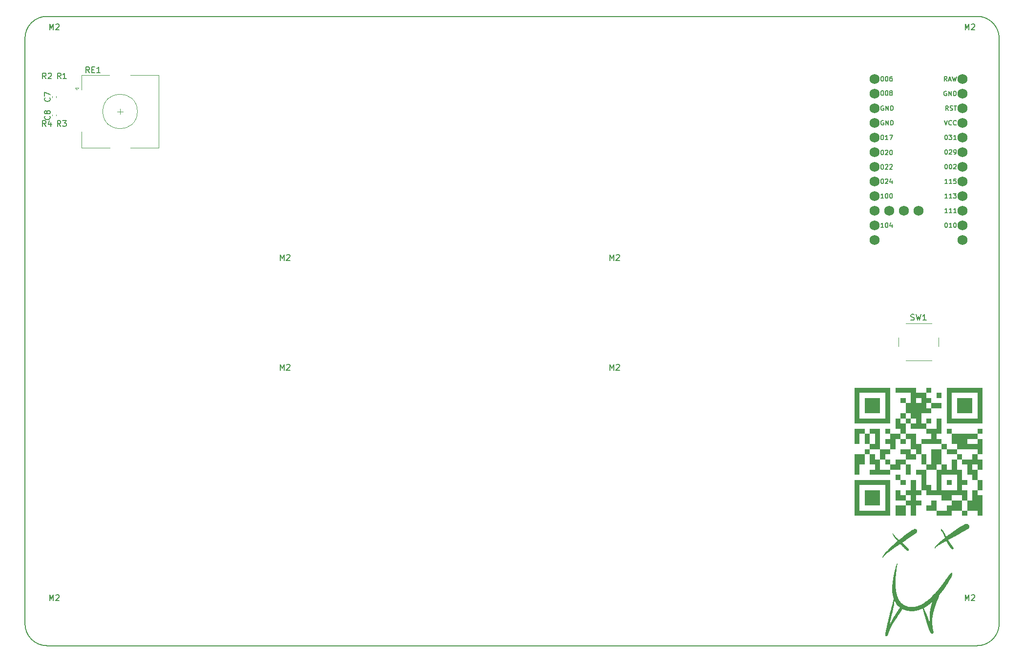
<source format=gbr>
%TF.GenerationSoftware,KiCad,Pcbnew,(6.0.1)*%
%TF.CreationDate,2022-04-03T20:03:39+01:00*%
%TF.ProjectId,Keyboard Left Hand Side,4b657962-6f61-4726-9420-4c6566742048,rev?*%
%TF.SameCoordinates,Original*%
%TF.FileFunction,Legend,Top*%
%TF.FilePolarity,Positive*%
%FSLAX46Y46*%
G04 Gerber Fmt 4.6, Leading zero omitted, Abs format (unit mm)*
G04 Created by KiCad (PCBNEW (6.0.1)) date 2022-04-03 20:03:39*
%MOMM*%
%LPD*%
G01*
G04 APERTURE LIST*
%TA.AperFunction,Profile*%
%ADD10C,0.200000*%
%TD*%
%ADD11C,0.150000*%
%ADD12C,0.120000*%
%ADD13C,1.752600*%
G04 APERTURE END LIST*
D10*
X34925003Y-140335000D02*
G75*
G03*
X38735000Y-144145000I3809997J-3D01*
G01*
X200025000Y-144144997D02*
G75*
G03*
X203835000Y-140335000I3J3809997D01*
G01*
X203834997Y-38735000D02*
G75*
G03*
X200025000Y-34925000I-3809997J3D01*
G01*
X38735000Y-34925003D02*
G75*
G03*
X34925000Y-38735000I-3J-3809997D01*
G01*
X34925000Y-140335000D02*
X34925000Y-38735000D01*
X200025000Y-144145000D02*
X38735000Y-144145000D01*
X203835000Y-38735000D02*
X203835000Y-140335000D01*
X38735000Y-34925000D02*
X200025000Y-34925000D01*
D11*
X38568333Y-54012380D02*
X38235000Y-53536190D01*
X37996904Y-54012380D02*
X37996904Y-53012380D01*
X38377857Y-53012380D01*
X38473095Y-53060000D01*
X38520714Y-53107619D01*
X38568333Y-53202857D01*
X38568333Y-53345714D01*
X38520714Y-53440952D01*
X38473095Y-53488571D01*
X38377857Y-53536190D01*
X37996904Y-53536190D01*
X39425476Y-53345714D02*
X39425476Y-54012380D01*
X39187380Y-52964761D02*
X38949285Y-53679047D01*
X39568333Y-53679047D01*
X136350476Y-96312380D02*
X136350476Y-95312380D01*
X136683809Y-96026666D01*
X137017142Y-95312380D01*
X137017142Y-96312380D01*
X137445714Y-95407619D02*
X137493333Y-95360000D01*
X137588571Y-95312380D01*
X137826666Y-95312380D01*
X137921904Y-95360000D01*
X137969523Y-95407619D01*
X138017142Y-95502857D01*
X138017142Y-95598095D01*
X137969523Y-95740952D01*
X137398095Y-96312380D01*
X138017142Y-96312380D01*
X39195476Y-136317380D02*
X39195476Y-135317380D01*
X39528809Y-136031666D01*
X39862142Y-135317380D01*
X39862142Y-136317380D01*
X40290714Y-135412619D02*
X40338333Y-135365000D01*
X40433571Y-135317380D01*
X40671666Y-135317380D01*
X40766904Y-135365000D01*
X40814523Y-135412619D01*
X40862142Y-135507857D01*
X40862142Y-135603095D01*
X40814523Y-135745952D01*
X40243095Y-136317380D01*
X40862142Y-136317380D01*
X79200476Y-77262380D02*
X79200476Y-76262380D01*
X79533809Y-76976666D01*
X79867142Y-76262380D01*
X79867142Y-77262380D01*
X80295714Y-76357619D02*
X80343333Y-76310000D01*
X80438571Y-76262380D01*
X80676666Y-76262380D01*
X80771904Y-76310000D01*
X80819523Y-76357619D01*
X80867142Y-76452857D01*
X80867142Y-76548095D01*
X80819523Y-76690952D01*
X80248095Y-77262380D01*
X80867142Y-77262380D01*
X136350476Y-77262380D02*
X136350476Y-76262380D01*
X136683809Y-76976666D01*
X137017142Y-76262380D01*
X137017142Y-77262380D01*
X137445714Y-76357619D02*
X137493333Y-76310000D01*
X137588571Y-76262380D01*
X137826666Y-76262380D01*
X137921904Y-76310000D01*
X137969523Y-76357619D01*
X138017142Y-76452857D01*
X138017142Y-76548095D01*
X137969523Y-76690952D01*
X137398095Y-77262380D01*
X138017142Y-77262380D01*
X197945476Y-136317380D02*
X197945476Y-135317380D01*
X198278809Y-136031666D01*
X198612142Y-135317380D01*
X198612142Y-136317380D01*
X199040714Y-135412619D02*
X199088333Y-135365000D01*
X199183571Y-135317380D01*
X199421666Y-135317380D01*
X199516904Y-135365000D01*
X199564523Y-135412619D01*
X199612142Y-135507857D01*
X199612142Y-135603095D01*
X199564523Y-135745952D01*
X198993095Y-136317380D01*
X199612142Y-136317380D01*
X39195476Y-37257380D02*
X39195476Y-36257380D01*
X39528809Y-36971666D01*
X39862142Y-36257380D01*
X39862142Y-37257380D01*
X40290714Y-36352619D02*
X40338333Y-36305000D01*
X40433571Y-36257380D01*
X40671666Y-36257380D01*
X40766904Y-36305000D01*
X40814523Y-36352619D01*
X40862142Y-36447857D01*
X40862142Y-36543095D01*
X40814523Y-36685952D01*
X40243095Y-37257380D01*
X40862142Y-37257380D01*
X39202142Y-49061666D02*
X39249761Y-49109285D01*
X39297380Y-49252142D01*
X39297380Y-49347380D01*
X39249761Y-49490238D01*
X39154523Y-49585476D01*
X39059285Y-49633095D01*
X38868809Y-49680714D01*
X38725952Y-49680714D01*
X38535476Y-49633095D01*
X38440238Y-49585476D01*
X38345000Y-49490238D01*
X38297380Y-49347380D01*
X38297380Y-49252142D01*
X38345000Y-49109285D01*
X38392619Y-49061666D01*
X38297380Y-48728333D02*
X38297380Y-48061666D01*
X39297380Y-48490238D01*
X39202142Y-52236666D02*
X39249761Y-52284285D01*
X39297380Y-52427142D01*
X39297380Y-52522380D01*
X39249761Y-52665238D01*
X39154523Y-52760476D01*
X39059285Y-52808095D01*
X38868809Y-52855714D01*
X38725952Y-52855714D01*
X38535476Y-52808095D01*
X38440238Y-52760476D01*
X38345000Y-52665238D01*
X38297380Y-52522380D01*
X38297380Y-52427142D01*
X38345000Y-52284285D01*
X38392619Y-52236666D01*
X38725952Y-51665238D02*
X38678333Y-51760476D01*
X38630714Y-51808095D01*
X38535476Y-51855714D01*
X38487857Y-51855714D01*
X38392619Y-51808095D01*
X38345000Y-51760476D01*
X38297380Y-51665238D01*
X38297380Y-51474761D01*
X38345000Y-51379523D01*
X38392619Y-51331904D01*
X38487857Y-51284285D01*
X38535476Y-51284285D01*
X38630714Y-51331904D01*
X38678333Y-51379523D01*
X38725952Y-51474761D01*
X38725952Y-51665238D01*
X38773571Y-51760476D01*
X38821190Y-51808095D01*
X38916428Y-51855714D01*
X39106904Y-51855714D01*
X39202142Y-51808095D01*
X39249761Y-51760476D01*
X39297380Y-51665238D01*
X39297380Y-51474761D01*
X39249761Y-51379523D01*
X39202142Y-51331904D01*
X39106904Y-51284285D01*
X38916428Y-51284285D01*
X38821190Y-51331904D01*
X38773571Y-51379523D01*
X38725952Y-51474761D01*
X38568333Y-45757380D02*
X38235000Y-45281190D01*
X37996904Y-45757380D02*
X37996904Y-44757380D01*
X38377857Y-44757380D01*
X38473095Y-44805000D01*
X38520714Y-44852619D01*
X38568333Y-44947857D01*
X38568333Y-45090714D01*
X38520714Y-45185952D01*
X38473095Y-45233571D01*
X38377857Y-45281190D01*
X37996904Y-45281190D01*
X38949285Y-44852619D02*
X38996904Y-44805000D01*
X39092142Y-44757380D01*
X39330238Y-44757380D01*
X39425476Y-44805000D01*
X39473095Y-44852619D01*
X39520714Y-44947857D01*
X39520714Y-45043095D01*
X39473095Y-45185952D01*
X38901666Y-45757380D01*
X39520714Y-45757380D01*
X46100752Y-44687380D02*
X45767419Y-44211190D01*
X45529323Y-44687380D02*
X45529323Y-43687380D01*
X45910276Y-43687380D01*
X46005514Y-43735000D01*
X46053133Y-43782619D01*
X46100752Y-43877857D01*
X46100752Y-44020714D01*
X46053133Y-44115952D01*
X46005514Y-44163571D01*
X45910276Y-44211190D01*
X45529323Y-44211190D01*
X46529323Y-44163571D02*
X46862657Y-44163571D01*
X47005514Y-44687380D02*
X46529323Y-44687380D01*
X46529323Y-43687380D01*
X47005514Y-43687380D01*
X47957895Y-44687380D02*
X47386466Y-44687380D01*
X47672180Y-44687380D02*
X47672180Y-43687380D01*
X47576942Y-43830238D01*
X47481704Y-43925476D01*
X47386466Y-43973095D01*
X197945476Y-37257380D02*
X197945476Y-36257380D01*
X198278809Y-36971666D01*
X198612142Y-36257380D01*
X198612142Y-37257380D01*
X199040714Y-36352619D02*
X199088333Y-36305000D01*
X199183571Y-36257380D01*
X199421666Y-36257380D01*
X199516904Y-36305000D01*
X199564523Y-36352619D01*
X199612142Y-36447857D01*
X199612142Y-36543095D01*
X199564523Y-36685952D01*
X198993095Y-37257380D01*
X199612142Y-37257380D01*
X41138333Y-45752380D02*
X40805000Y-45276190D01*
X40566904Y-45752380D02*
X40566904Y-44752380D01*
X40947857Y-44752380D01*
X41043095Y-44800000D01*
X41090714Y-44847619D01*
X41138333Y-44942857D01*
X41138333Y-45085714D01*
X41090714Y-45180952D01*
X41043095Y-45228571D01*
X40947857Y-45276190D01*
X40566904Y-45276190D01*
X42090714Y-45752380D02*
X41519285Y-45752380D01*
X41805000Y-45752380D02*
X41805000Y-44752380D01*
X41709761Y-44895238D01*
X41614523Y-44990476D01*
X41519285Y-45038095D01*
X41128333Y-54012380D02*
X40795000Y-53536190D01*
X40556904Y-54012380D02*
X40556904Y-53012380D01*
X40937857Y-53012380D01*
X41033095Y-53060000D01*
X41080714Y-53107619D01*
X41128333Y-53202857D01*
X41128333Y-53345714D01*
X41080714Y-53440952D01*
X41033095Y-53488571D01*
X40937857Y-53536190D01*
X40556904Y-53536190D01*
X41461666Y-53012380D02*
X42080714Y-53012380D01*
X41747380Y-53393333D01*
X41890238Y-53393333D01*
X41985476Y-53440952D01*
X42033095Y-53488571D01*
X42080714Y-53583809D01*
X42080714Y-53821904D01*
X42033095Y-53917142D01*
X41985476Y-53964761D01*
X41890238Y-54012380D01*
X41604523Y-54012380D01*
X41509285Y-53964761D01*
X41461666Y-53917142D01*
X188531666Y-87594761D02*
X188674523Y-87642380D01*
X188912619Y-87642380D01*
X189007857Y-87594761D01*
X189055476Y-87547142D01*
X189103095Y-87451904D01*
X189103095Y-87356666D01*
X189055476Y-87261428D01*
X189007857Y-87213809D01*
X188912619Y-87166190D01*
X188722142Y-87118571D01*
X188626904Y-87070952D01*
X188579285Y-87023333D01*
X188531666Y-86928095D01*
X188531666Y-86832857D01*
X188579285Y-86737619D01*
X188626904Y-86690000D01*
X188722142Y-86642380D01*
X188960238Y-86642380D01*
X189103095Y-86690000D01*
X189436428Y-86642380D02*
X189674523Y-87642380D01*
X189865000Y-86928095D01*
X190055476Y-87642380D01*
X190293571Y-86642380D01*
X191198333Y-87642380D02*
X190626904Y-87642380D01*
X190912619Y-87642380D02*
X190912619Y-86642380D01*
X190817380Y-86785238D01*
X190722142Y-86880476D01*
X190626904Y-86928095D01*
X79200476Y-96312380D02*
X79200476Y-95312380D01*
X79533809Y-96026666D01*
X79867142Y-95312380D01*
X79867142Y-96312380D01*
X80295714Y-95407619D02*
X80343333Y-95360000D01*
X80438571Y-95312380D01*
X80676666Y-95312380D01*
X80771904Y-95360000D01*
X80819523Y-95407619D01*
X80867142Y-95502857D01*
X80867142Y-95598095D01*
X80819523Y-95740952D01*
X80248095Y-96312380D01*
X80867142Y-96312380D01*
X194868857Y-63943654D02*
X194411714Y-63943654D01*
X194640286Y-63943654D02*
X194640286Y-63143654D01*
X194564095Y-63257940D01*
X194487905Y-63334130D01*
X194411714Y-63372226D01*
X195630762Y-63943654D02*
X195173619Y-63943654D01*
X195402191Y-63943654D02*
X195402191Y-63143654D01*
X195326000Y-63257940D01*
X195249810Y-63334130D01*
X195173619Y-63372226D01*
X196354571Y-63143654D02*
X195973619Y-63143654D01*
X195935524Y-63524607D01*
X195973619Y-63486511D01*
X196049810Y-63448416D01*
X196240286Y-63448416D01*
X196316476Y-63486511D01*
X196354571Y-63524607D01*
X196392667Y-63600797D01*
X196392667Y-63791273D01*
X196354571Y-63867464D01*
X196316476Y-63905559D01*
X196240286Y-63943654D01*
X196049810Y-63943654D01*
X195973619Y-63905559D01*
X195935524Y-63867464D01*
X194710143Y-47941750D02*
X194633952Y-47903654D01*
X194519667Y-47903654D01*
X194405381Y-47941750D01*
X194329190Y-48017940D01*
X194291095Y-48094130D01*
X194253000Y-48246511D01*
X194253000Y-48360797D01*
X194291095Y-48513178D01*
X194329190Y-48589369D01*
X194405381Y-48665559D01*
X194519667Y-48703654D01*
X194595857Y-48703654D01*
X194710143Y-48665559D01*
X194748238Y-48627464D01*
X194748238Y-48360797D01*
X194595857Y-48360797D01*
X195091095Y-48703654D02*
X195091095Y-47903654D01*
X195548238Y-48703654D01*
X195548238Y-47903654D01*
X195929190Y-48703654D02*
X195929190Y-47903654D01*
X196119667Y-47903654D01*
X196233952Y-47941750D01*
X196310143Y-48017940D01*
X196348238Y-48094130D01*
X196386333Y-48246511D01*
X196386333Y-48360797D01*
X196348238Y-48513178D01*
X196310143Y-48589369D01*
X196233952Y-48665559D01*
X196119667Y-48703654D01*
X195929190Y-48703654D01*
X194786334Y-46163654D02*
X194519667Y-45782702D01*
X194329191Y-46163654D02*
X194329191Y-45363654D01*
X194633953Y-45363654D01*
X194710143Y-45401750D01*
X194748238Y-45439845D01*
X194786334Y-45516035D01*
X194786334Y-45630321D01*
X194748238Y-45706511D01*
X194710143Y-45744607D01*
X194633953Y-45782702D01*
X194329191Y-45782702D01*
X195091095Y-45935083D02*
X195472048Y-45935083D01*
X195014905Y-46163654D02*
X195281572Y-45363654D01*
X195548238Y-46163654D01*
X195738715Y-45363654D02*
X195929191Y-46163654D01*
X196081572Y-45592226D01*
X196233953Y-46163654D01*
X196424429Y-45363654D01*
X183527810Y-60633654D02*
X183604000Y-60633654D01*
X183680190Y-60671750D01*
X183718286Y-60709845D01*
X183756381Y-60786035D01*
X183794476Y-60938416D01*
X183794476Y-61128892D01*
X183756381Y-61281273D01*
X183718286Y-61357464D01*
X183680190Y-61395559D01*
X183604000Y-61433654D01*
X183527810Y-61433654D01*
X183451619Y-61395559D01*
X183413524Y-61357464D01*
X183375429Y-61281273D01*
X183337333Y-61128892D01*
X183337333Y-60938416D01*
X183375429Y-60786035D01*
X183413524Y-60709845D01*
X183451619Y-60671750D01*
X183527810Y-60633654D01*
X184099238Y-60709845D02*
X184137333Y-60671750D01*
X184213524Y-60633654D01*
X184404000Y-60633654D01*
X184480190Y-60671750D01*
X184518286Y-60709845D01*
X184556381Y-60786035D01*
X184556381Y-60862226D01*
X184518286Y-60976511D01*
X184061143Y-61433654D01*
X184556381Y-61433654D01*
X184861143Y-60709845D02*
X184899238Y-60671750D01*
X184975429Y-60633654D01*
X185165905Y-60633654D01*
X185242095Y-60671750D01*
X185280190Y-60709845D01*
X185318286Y-60786035D01*
X185318286Y-60862226D01*
X185280190Y-60976511D01*
X184823048Y-61433654D01*
X185318286Y-61433654D01*
X183794476Y-71563654D02*
X183337333Y-71563654D01*
X183565905Y-71563654D02*
X183565905Y-70763654D01*
X183489714Y-70877940D01*
X183413524Y-70954130D01*
X183337333Y-70992226D01*
X184289714Y-70763654D02*
X184365905Y-70763654D01*
X184442095Y-70801750D01*
X184480190Y-70839845D01*
X184518286Y-70916035D01*
X184556381Y-71068416D01*
X184556381Y-71258892D01*
X184518286Y-71411273D01*
X184480190Y-71487464D01*
X184442095Y-71525559D01*
X184365905Y-71563654D01*
X184289714Y-71563654D01*
X184213524Y-71525559D01*
X184175429Y-71487464D01*
X184137333Y-71411273D01*
X184099238Y-71258892D01*
X184099238Y-71068416D01*
X184137333Y-70916035D01*
X184175429Y-70839845D01*
X184213524Y-70801750D01*
X184289714Y-70763654D01*
X185242095Y-71030321D02*
X185242095Y-71563654D01*
X185051619Y-70725559D02*
X184861143Y-71296988D01*
X185356381Y-71296988D01*
X183527810Y-45363654D02*
X183604000Y-45363654D01*
X183680190Y-45401750D01*
X183718286Y-45439845D01*
X183756381Y-45516035D01*
X183794476Y-45668416D01*
X183794476Y-45858892D01*
X183756381Y-46011273D01*
X183718286Y-46087464D01*
X183680190Y-46125559D01*
X183604000Y-46163654D01*
X183527810Y-46163654D01*
X183451619Y-46125559D01*
X183413524Y-46087464D01*
X183375429Y-46011273D01*
X183337333Y-45858892D01*
X183337333Y-45668416D01*
X183375429Y-45516035D01*
X183413524Y-45439845D01*
X183451619Y-45401750D01*
X183527810Y-45363654D01*
X184289714Y-45363654D02*
X184365905Y-45363654D01*
X184442095Y-45401750D01*
X184480190Y-45439845D01*
X184518286Y-45516035D01*
X184556381Y-45668416D01*
X184556381Y-45858892D01*
X184518286Y-46011273D01*
X184480190Y-46087464D01*
X184442095Y-46125559D01*
X184365905Y-46163654D01*
X184289714Y-46163654D01*
X184213524Y-46125559D01*
X184175429Y-46087464D01*
X184137333Y-46011273D01*
X184099238Y-45858892D01*
X184099238Y-45668416D01*
X184137333Y-45516035D01*
X184175429Y-45439845D01*
X184213524Y-45401750D01*
X184289714Y-45363654D01*
X185242095Y-45363654D02*
X185089714Y-45363654D01*
X185013524Y-45401750D01*
X184975429Y-45439845D01*
X184899238Y-45554130D01*
X184861143Y-45706511D01*
X184861143Y-46011273D01*
X184899238Y-46087464D01*
X184937333Y-46125559D01*
X185013524Y-46163654D01*
X185165905Y-46163654D01*
X185242095Y-46125559D01*
X185280190Y-46087464D01*
X185318286Y-46011273D01*
X185318286Y-45820797D01*
X185280190Y-45744607D01*
X185242095Y-45706511D01*
X185165905Y-45668416D01*
X185013524Y-45668416D01*
X184937333Y-45706511D01*
X184899238Y-45744607D01*
X184861143Y-45820797D01*
X183527810Y-55533654D02*
X183604000Y-55533654D01*
X183680190Y-55571750D01*
X183718286Y-55609845D01*
X183756381Y-55686035D01*
X183794476Y-55838416D01*
X183794476Y-56028892D01*
X183756381Y-56181273D01*
X183718286Y-56257464D01*
X183680190Y-56295559D01*
X183604000Y-56333654D01*
X183527810Y-56333654D01*
X183451619Y-56295559D01*
X183413524Y-56257464D01*
X183375429Y-56181273D01*
X183337333Y-56028892D01*
X183337333Y-55838416D01*
X183375429Y-55686035D01*
X183413524Y-55609845D01*
X183451619Y-55571750D01*
X183527810Y-55533654D01*
X184556381Y-56333654D02*
X184099238Y-56333654D01*
X184327810Y-56333654D02*
X184327810Y-55533654D01*
X184251619Y-55647940D01*
X184175429Y-55724130D01*
X184099238Y-55762226D01*
X184823048Y-55533654D02*
X185356381Y-55533654D01*
X185013524Y-56333654D01*
X194602191Y-55523654D02*
X194678381Y-55523654D01*
X194754571Y-55561750D01*
X194792667Y-55599845D01*
X194830762Y-55676035D01*
X194868857Y-55828416D01*
X194868857Y-56018892D01*
X194830762Y-56171273D01*
X194792667Y-56247464D01*
X194754571Y-56285559D01*
X194678381Y-56323654D01*
X194602191Y-56323654D01*
X194526000Y-56285559D01*
X194487905Y-56247464D01*
X194449810Y-56171273D01*
X194411714Y-56018892D01*
X194411714Y-55828416D01*
X194449810Y-55676035D01*
X194487905Y-55599845D01*
X194526000Y-55561750D01*
X194602191Y-55523654D01*
X195135524Y-55523654D02*
X195630762Y-55523654D01*
X195364095Y-55828416D01*
X195478381Y-55828416D01*
X195554571Y-55866511D01*
X195592667Y-55904607D01*
X195630762Y-55980797D01*
X195630762Y-56171273D01*
X195592667Y-56247464D01*
X195554571Y-56285559D01*
X195478381Y-56323654D01*
X195249810Y-56323654D01*
X195173619Y-56285559D01*
X195135524Y-56247464D01*
X196392667Y-56323654D02*
X195935524Y-56323654D01*
X196164095Y-56323654D02*
X196164095Y-55523654D01*
X196087905Y-55637940D01*
X196011714Y-55714130D01*
X195935524Y-55752226D01*
X194868857Y-66483654D02*
X194411714Y-66483654D01*
X194640286Y-66483654D02*
X194640286Y-65683654D01*
X194564095Y-65797940D01*
X194487905Y-65874130D01*
X194411714Y-65912226D01*
X195630762Y-66483654D02*
X195173619Y-66483654D01*
X195402191Y-66483654D02*
X195402191Y-65683654D01*
X195326000Y-65797940D01*
X195249810Y-65874130D01*
X195173619Y-65912226D01*
X195897429Y-65683654D02*
X196392667Y-65683654D01*
X196126000Y-65988416D01*
X196240286Y-65988416D01*
X196316476Y-66026511D01*
X196354571Y-66064607D01*
X196392667Y-66140797D01*
X196392667Y-66331273D01*
X196354571Y-66407464D01*
X196316476Y-66445559D01*
X196240286Y-66483654D01*
X196011714Y-66483654D01*
X195935524Y-66445559D01*
X195897429Y-66407464D01*
X195014904Y-51243654D02*
X194748238Y-50862702D01*
X194557761Y-51243654D02*
X194557761Y-50443654D01*
X194862523Y-50443654D01*
X194938714Y-50481750D01*
X194976809Y-50519845D01*
X195014904Y-50596035D01*
X195014904Y-50710321D01*
X194976809Y-50786511D01*
X194938714Y-50824607D01*
X194862523Y-50862702D01*
X194557761Y-50862702D01*
X195319666Y-51205559D02*
X195433952Y-51243654D01*
X195624428Y-51243654D01*
X195700619Y-51205559D01*
X195738714Y-51167464D01*
X195776809Y-51091273D01*
X195776809Y-51015083D01*
X195738714Y-50938892D01*
X195700619Y-50900797D01*
X195624428Y-50862702D01*
X195472047Y-50824607D01*
X195395857Y-50786511D01*
X195357761Y-50748416D01*
X195319666Y-50672226D01*
X195319666Y-50596035D01*
X195357761Y-50519845D01*
X195395857Y-50481750D01*
X195472047Y-50443654D01*
X195662523Y-50443654D01*
X195776809Y-50481750D01*
X196005380Y-50443654D02*
X196462523Y-50443654D01*
X196233952Y-51243654D02*
X196233952Y-50443654D01*
X194602191Y-58063654D02*
X194678381Y-58063654D01*
X194754571Y-58101750D01*
X194792667Y-58139845D01*
X194830762Y-58216035D01*
X194868857Y-58368416D01*
X194868857Y-58558892D01*
X194830762Y-58711273D01*
X194792667Y-58787464D01*
X194754571Y-58825559D01*
X194678381Y-58863654D01*
X194602191Y-58863654D01*
X194526000Y-58825559D01*
X194487905Y-58787464D01*
X194449810Y-58711273D01*
X194411714Y-58558892D01*
X194411714Y-58368416D01*
X194449810Y-58216035D01*
X194487905Y-58139845D01*
X194526000Y-58101750D01*
X194602191Y-58063654D01*
X195173619Y-58139845D02*
X195211714Y-58101750D01*
X195287905Y-58063654D01*
X195478381Y-58063654D01*
X195554571Y-58101750D01*
X195592667Y-58139845D01*
X195630762Y-58216035D01*
X195630762Y-58292226D01*
X195592667Y-58406511D01*
X195135524Y-58863654D01*
X195630762Y-58863654D01*
X196011714Y-58863654D02*
X196164095Y-58863654D01*
X196240286Y-58825559D01*
X196278381Y-58787464D01*
X196354571Y-58673178D01*
X196392667Y-58520797D01*
X196392667Y-58216035D01*
X196354571Y-58139845D01*
X196316476Y-58101750D01*
X196240286Y-58063654D01*
X196087905Y-58063654D01*
X196011714Y-58101750D01*
X195973619Y-58139845D01*
X195935524Y-58216035D01*
X195935524Y-58406511D01*
X195973619Y-58482702D01*
X196011714Y-58520797D01*
X196087905Y-58558892D01*
X196240286Y-58558892D01*
X196316476Y-58520797D01*
X196354571Y-58482702D01*
X196392667Y-58406511D01*
X183794476Y-66483654D02*
X183337333Y-66483654D01*
X183565905Y-66483654D02*
X183565905Y-65683654D01*
X183489714Y-65797940D01*
X183413524Y-65874130D01*
X183337333Y-65912226D01*
X184289714Y-65683654D02*
X184365905Y-65683654D01*
X184442095Y-65721750D01*
X184480190Y-65759845D01*
X184518286Y-65836035D01*
X184556381Y-65988416D01*
X184556381Y-66178892D01*
X184518286Y-66331273D01*
X184480190Y-66407464D01*
X184442095Y-66445559D01*
X184365905Y-66483654D01*
X184289714Y-66483654D01*
X184213524Y-66445559D01*
X184175429Y-66407464D01*
X184137333Y-66331273D01*
X184099238Y-66178892D01*
X184099238Y-65988416D01*
X184137333Y-65836035D01*
X184175429Y-65759845D01*
X184213524Y-65721750D01*
X184289714Y-65683654D01*
X185051619Y-65683654D02*
X185127810Y-65683654D01*
X185204000Y-65721750D01*
X185242095Y-65759845D01*
X185280190Y-65836035D01*
X185318286Y-65988416D01*
X185318286Y-66178892D01*
X185280190Y-66331273D01*
X185242095Y-66407464D01*
X185204000Y-66445559D01*
X185127810Y-66483654D01*
X185051619Y-66483654D01*
X184975429Y-66445559D01*
X184937333Y-66407464D01*
X184899238Y-66331273D01*
X184861143Y-66178892D01*
X184861143Y-65988416D01*
X184899238Y-65836035D01*
X184937333Y-65759845D01*
X184975429Y-65721750D01*
X185051619Y-65683654D01*
X183527810Y-63143654D02*
X183604000Y-63143654D01*
X183680190Y-63181750D01*
X183718286Y-63219845D01*
X183756381Y-63296035D01*
X183794476Y-63448416D01*
X183794476Y-63638892D01*
X183756381Y-63791273D01*
X183718286Y-63867464D01*
X183680190Y-63905559D01*
X183604000Y-63943654D01*
X183527810Y-63943654D01*
X183451619Y-63905559D01*
X183413524Y-63867464D01*
X183375429Y-63791273D01*
X183337333Y-63638892D01*
X183337333Y-63448416D01*
X183375429Y-63296035D01*
X183413524Y-63219845D01*
X183451619Y-63181750D01*
X183527810Y-63143654D01*
X184099238Y-63219845D02*
X184137333Y-63181750D01*
X184213524Y-63143654D01*
X184404000Y-63143654D01*
X184480190Y-63181750D01*
X184518286Y-63219845D01*
X184556381Y-63296035D01*
X184556381Y-63372226D01*
X184518286Y-63486511D01*
X184061143Y-63943654D01*
X184556381Y-63943654D01*
X185242095Y-63410321D02*
X185242095Y-63943654D01*
X185051619Y-63105559D02*
X184861143Y-63676988D01*
X185356381Y-63676988D01*
X194602191Y-70763654D02*
X194678381Y-70763654D01*
X194754571Y-70801750D01*
X194792667Y-70839845D01*
X194830762Y-70916035D01*
X194868857Y-71068416D01*
X194868857Y-71258892D01*
X194830762Y-71411273D01*
X194792667Y-71487464D01*
X194754571Y-71525559D01*
X194678381Y-71563654D01*
X194602191Y-71563654D01*
X194526000Y-71525559D01*
X194487905Y-71487464D01*
X194449810Y-71411273D01*
X194411714Y-71258892D01*
X194411714Y-71068416D01*
X194449810Y-70916035D01*
X194487905Y-70839845D01*
X194526000Y-70801750D01*
X194602191Y-70763654D01*
X195630762Y-71563654D02*
X195173619Y-71563654D01*
X195402191Y-71563654D02*
X195402191Y-70763654D01*
X195326000Y-70877940D01*
X195249810Y-70954130D01*
X195173619Y-70992226D01*
X196126000Y-70763654D02*
X196202191Y-70763654D01*
X196278381Y-70801750D01*
X196316476Y-70839845D01*
X196354571Y-70916035D01*
X196392667Y-71068416D01*
X196392667Y-71258892D01*
X196354571Y-71411273D01*
X196316476Y-71487464D01*
X196278381Y-71525559D01*
X196202191Y-71563654D01*
X196126000Y-71563654D01*
X196049810Y-71525559D01*
X196011714Y-71487464D01*
X195973619Y-71411273D01*
X195935524Y-71258892D01*
X195935524Y-71068416D01*
X195973619Y-70916035D01*
X196011714Y-70839845D01*
X196049810Y-70801750D01*
X196126000Y-70763654D01*
X194335524Y-52983654D02*
X194602191Y-53783654D01*
X194868857Y-52983654D01*
X195592667Y-53707464D02*
X195554571Y-53745559D01*
X195440286Y-53783654D01*
X195364095Y-53783654D01*
X195249810Y-53745559D01*
X195173619Y-53669369D01*
X195135524Y-53593178D01*
X195097429Y-53440797D01*
X195097429Y-53326511D01*
X195135524Y-53174130D01*
X195173619Y-53097940D01*
X195249810Y-53021750D01*
X195364095Y-52983654D01*
X195440286Y-52983654D01*
X195554571Y-53021750D01*
X195592667Y-53059845D01*
X196392667Y-53707464D02*
X196354571Y-53745559D01*
X196240286Y-53783654D01*
X196164095Y-53783654D01*
X196049810Y-53745559D01*
X195973619Y-53669369D01*
X195935524Y-53593178D01*
X195897429Y-53440797D01*
X195897429Y-53326511D01*
X195935524Y-53174130D01*
X195973619Y-53097940D01*
X196049810Y-53021750D01*
X196164095Y-52983654D01*
X196240286Y-52983654D01*
X196354571Y-53021750D01*
X196392667Y-53059845D01*
X183527810Y-47833654D02*
X183604000Y-47833654D01*
X183680190Y-47871750D01*
X183718286Y-47909845D01*
X183756381Y-47986035D01*
X183794476Y-48138416D01*
X183794476Y-48328892D01*
X183756381Y-48481273D01*
X183718286Y-48557464D01*
X183680190Y-48595559D01*
X183604000Y-48633654D01*
X183527810Y-48633654D01*
X183451619Y-48595559D01*
X183413524Y-48557464D01*
X183375429Y-48481273D01*
X183337333Y-48328892D01*
X183337333Y-48138416D01*
X183375429Y-47986035D01*
X183413524Y-47909845D01*
X183451619Y-47871750D01*
X183527810Y-47833654D01*
X184289714Y-47833654D02*
X184365905Y-47833654D01*
X184442095Y-47871750D01*
X184480190Y-47909845D01*
X184518286Y-47986035D01*
X184556381Y-48138416D01*
X184556381Y-48328892D01*
X184518286Y-48481273D01*
X184480190Y-48557464D01*
X184442095Y-48595559D01*
X184365905Y-48633654D01*
X184289714Y-48633654D01*
X184213524Y-48595559D01*
X184175429Y-48557464D01*
X184137333Y-48481273D01*
X184099238Y-48328892D01*
X184099238Y-48138416D01*
X184137333Y-47986035D01*
X184175429Y-47909845D01*
X184213524Y-47871750D01*
X184289714Y-47833654D01*
X185013524Y-48176511D02*
X184937333Y-48138416D01*
X184899238Y-48100321D01*
X184861143Y-48024130D01*
X184861143Y-47986035D01*
X184899238Y-47909845D01*
X184937333Y-47871750D01*
X185013524Y-47833654D01*
X185165905Y-47833654D01*
X185242095Y-47871750D01*
X185280190Y-47909845D01*
X185318286Y-47986035D01*
X185318286Y-48024130D01*
X185280190Y-48100321D01*
X185242095Y-48138416D01*
X185165905Y-48176511D01*
X185013524Y-48176511D01*
X184937333Y-48214607D01*
X184899238Y-48252702D01*
X184861143Y-48328892D01*
X184861143Y-48481273D01*
X184899238Y-48557464D01*
X184937333Y-48595559D01*
X185013524Y-48633654D01*
X185165905Y-48633654D01*
X185242095Y-48595559D01*
X185280190Y-48557464D01*
X185318286Y-48481273D01*
X185318286Y-48328892D01*
X185280190Y-48252702D01*
X185242095Y-48214607D01*
X185165905Y-48176511D01*
X194602191Y-60603654D02*
X194678381Y-60603654D01*
X194754571Y-60641750D01*
X194792667Y-60679845D01*
X194830762Y-60756035D01*
X194868857Y-60908416D01*
X194868857Y-61098892D01*
X194830762Y-61251273D01*
X194792667Y-61327464D01*
X194754571Y-61365559D01*
X194678381Y-61403654D01*
X194602191Y-61403654D01*
X194526000Y-61365559D01*
X194487905Y-61327464D01*
X194449810Y-61251273D01*
X194411714Y-61098892D01*
X194411714Y-60908416D01*
X194449810Y-60756035D01*
X194487905Y-60679845D01*
X194526000Y-60641750D01*
X194602191Y-60603654D01*
X195364095Y-60603654D02*
X195440286Y-60603654D01*
X195516476Y-60641750D01*
X195554571Y-60679845D01*
X195592667Y-60756035D01*
X195630762Y-60908416D01*
X195630762Y-61098892D01*
X195592667Y-61251273D01*
X195554571Y-61327464D01*
X195516476Y-61365559D01*
X195440286Y-61403654D01*
X195364095Y-61403654D01*
X195287905Y-61365559D01*
X195249810Y-61327464D01*
X195211714Y-61251273D01*
X195173619Y-61098892D01*
X195173619Y-60908416D01*
X195211714Y-60756035D01*
X195249810Y-60679845D01*
X195287905Y-60641750D01*
X195364095Y-60603654D01*
X195935524Y-60679845D02*
X195973619Y-60641750D01*
X196049810Y-60603654D01*
X196240286Y-60603654D01*
X196316476Y-60641750D01*
X196354571Y-60679845D01*
X196392667Y-60756035D01*
X196392667Y-60832226D01*
X196354571Y-60946511D01*
X195897429Y-61403654D01*
X196392667Y-61403654D01*
X194868857Y-69023654D02*
X194411714Y-69023654D01*
X194640286Y-69023654D02*
X194640286Y-68223654D01*
X194564095Y-68337940D01*
X194487905Y-68414130D01*
X194411714Y-68452226D01*
X195630762Y-69023654D02*
X195173619Y-69023654D01*
X195402191Y-69023654D02*
X195402191Y-68223654D01*
X195326000Y-68337940D01*
X195249810Y-68414130D01*
X195173619Y-68452226D01*
X196392667Y-69023654D02*
X195935524Y-69023654D01*
X196164095Y-69023654D02*
X196164095Y-68223654D01*
X196087905Y-68337940D01*
X196011714Y-68414130D01*
X195935524Y-68452226D01*
X183527810Y-58133654D02*
X183604000Y-58133654D01*
X183680190Y-58171750D01*
X183718286Y-58209845D01*
X183756381Y-58286035D01*
X183794476Y-58438416D01*
X183794476Y-58628892D01*
X183756381Y-58781273D01*
X183718286Y-58857464D01*
X183680190Y-58895559D01*
X183604000Y-58933654D01*
X183527810Y-58933654D01*
X183451619Y-58895559D01*
X183413524Y-58857464D01*
X183375429Y-58781273D01*
X183337333Y-58628892D01*
X183337333Y-58438416D01*
X183375429Y-58286035D01*
X183413524Y-58209845D01*
X183451619Y-58171750D01*
X183527810Y-58133654D01*
X184099238Y-58209845D02*
X184137333Y-58171750D01*
X184213524Y-58133654D01*
X184404000Y-58133654D01*
X184480190Y-58171750D01*
X184518286Y-58209845D01*
X184556381Y-58286035D01*
X184556381Y-58362226D01*
X184518286Y-58476511D01*
X184061143Y-58933654D01*
X184556381Y-58933654D01*
X185051619Y-58133654D02*
X185127810Y-58133654D01*
X185204000Y-58171750D01*
X185242095Y-58209845D01*
X185280190Y-58286035D01*
X185318286Y-58438416D01*
X185318286Y-58628892D01*
X185280190Y-58781273D01*
X185242095Y-58857464D01*
X185204000Y-58895559D01*
X185127810Y-58933654D01*
X185051619Y-58933654D01*
X184975429Y-58895559D01*
X184937333Y-58857464D01*
X184899238Y-58781273D01*
X184861143Y-58628892D01*
X184861143Y-58438416D01*
X184899238Y-58286035D01*
X184937333Y-58209845D01*
X184975429Y-58171750D01*
X185051619Y-58133654D01*
X183794476Y-53021750D02*
X183718285Y-52983654D01*
X183604000Y-52983654D01*
X183489714Y-53021750D01*
X183413523Y-53097940D01*
X183375428Y-53174130D01*
X183337333Y-53326511D01*
X183337333Y-53440797D01*
X183375428Y-53593178D01*
X183413523Y-53669369D01*
X183489714Y-53745559D01*
X183604000Y-53783654D01*
X183680190Y-53783654D01*
X183794476Y-53745559D01*
X183832571Y-53707464D01*
X183832571Y-53440797D01*
X183680190Y-53440797D01*
X184175428Y-53783654D02*
X184175428Y-52983654D01*
X184632571Y-53783654D01*
X184632571Y-52983654D01*
X185013523Y-53783654D02*
X185013523Y-52983654D01*
X185204000Y-52983654D01*
X185318285Y-53021750D01*
X185394476Y-53097940D01*
X185432571Y-53174130D01*
X185470666Y-53326511D01*
X185470666Y-53440797D01*
X185432571Y-53593178D01*
X185394476Y-53669369D01*
X185318285Y-53745559D01*
X185204000Y-53783654D01*
X185013523Y-53783654D01*
X183794476Y-50481750D02*
X183718285Y-50443654D01*
X183604000Y-50443654D01*
X183489714Y-50481750D01*
X183413523Y-50557940D01*
X183375428Y-50634130D01*
X183337333Y-50786511D01*
X183337333Y-50900797D01*
X183375428Y-51053178D01*
X183413523Y-51129369D01*
X183489714Y-51205559D01*
X183604000Y-51243654D01*
X183680190Y-51243654D01*
X183794476Y-51205559D01*
X183832571Y-51167464D01*
X183832571Y-50900797D01*
X183680190Y-50900797D01*
X184175428Y-51243654D02*
X184175428Y-50443654D01*
X184632571Y-51243654D01*
X184632571Y-50443654D01*
X185013523Y-51243654D02*
X185013523Y-50443654D01*
X185204000Y-50443654D01*
X185318285Y-50481750D01*
X185394476Y-50557940D01*
X185432571Y-50634130D01*
X185470666Y-50786511D01*
X185470666Y-50900797D01*
X185432571Y-51053178D01*
X185394476Y-51129369D01*
X185318285Y-51205559D01*
X185204000Y-51243654D01*
X185013523Y-51243654D01*
G36*
X189268958Y-123867815D02*
G01*
X189302896Y-123874153D01*
X189312110Y-123876220D01*
X189408632Y-123911656D01*
X189495546Y-123969183D01*
X189564741Y-124043202D01*
X189574266Y-124057188D01*
X189597313Y-124095210D01*
X189611175Y-124127745D01*
X189618155Y-124164483D01*
X189620557Y-124215113D01*
X189620760Y-124252796D01*
X189619247Y-124313107D01*
X189613210Y-124365192D01*
X189600331Y-124411672D01*
X189578290Y-124455164D01*
X189544766Y-124498288D01*
X189497440Y-124543664D01*
X189433993Y-124593911D01*
X189352105Y-124651647D01*
X189249456Y-124719493D01*
X189152055Y-124782028D01*
X189131471Y-124796139D01*
X189093297Y-124823152D01*
X189043374Y-124858911D01*
X188998365Y-124891409D01*
X188937359Y-124935551D01*
X188890126Y-124969434D01*
X188849531Y-124997994D01*
X188808438Y-125026166D01*
X188759712Y-125058884D01*
X188696218Y-125101083D01*
X188671794Y-125117277D01*
X188621878Y-125150369D01*
X188582369Y-125176600D01*
X188548440Y-125199222D01*
X188515264Y-125221485D01*
X188478014Y-125246641D01*
X188431863Y-125277942D01*
X188371984Y-125318639D01*
X188293551Y-125371983D01*
X188282574Y-125379449D01*
X188190918Y-125441870D01*
X188117380Y-125492194D01*
X188056055Y-125534532D01*
X188001038Y-125572994D01*
X187946426Y-125611692D01*
X187886313Y-125654736D01*
X187860743Y-125673129D01*
X187812193Y-125707866D01*
X187768866Y-125738495D01*
X187739465Y-125758867D01*
X187737684Y-125760065D01*
X187700294Y-125785938D01*
X187670499Y-125807397D01*
X187638640Y-125830683D01*
X187591962Y-125864546D01*
X187537934Y-125903598D01*
X187484023Y-125942451D01*
X187437697Y-125975714D01*
X187406423Y-125998001D01*
X187403968Y-125999730D01*
X187378267Y-126018033D01*
X187337439Y-126047370D01*
X187289812Y-126081758D01*
X187284389Y-126085683D01*
X187240485Y-126116810D01*
X187206114Y-126139943D01*
X187187520Y-126150912D01*
X187186209Y-126151280D01*
X187170346Y-126159421D01*
X187140516Y-126179925D01*
X187104370Y-126206918D01*
X187069558Y-126234525D01*
X187043733Y-126256871D01*
X187034487Y-126267781D01*
X187044525Y-126281202D01*
X187071703Y-126309773D01*
X187111621Y-126349259D01*
X187159875Y-126395430D01*
X187212064Y-126444051D01*
X187263786Y-126490890D01*
X187295297Y-126518571D01*
X187334597Y-126553679D01*
X187391003Y-126605605D01*
X187460897Y-126670912D01*
X187540665Y-126746159D01*
X187626690Y-126827907D01*
X187715356Y-126912717D01*
X187803047Y-126997149D01*
X187886146Y-127077764D01*
X187961039Y-127151124D01*
X187978708Y-127168573D01*
X188050910Y-127241618D01*
X188102429Y-127297595D01*
X188134682Y-127338180D01*
X188149086Y-127365054D01*
X188150174Y-127371823D01*
X188158503Y-127409728D01*
X188172738Y-127437629D01*
X188187254Y-127474006D01*
X188195180Y-127526418D01*
X188195888Y-127545415D01*
X188194101Y-127592848D01*
X188184195Y-127624454D01*
X188160741Y-127653261D01*
X188144557Y-127668564D01*
X188089665Y-127705250D01*
X188029475Y-127718291D01*
X187962446Y-127707207D01*
X187887034Y-127671520D01*
X187801695Y-127610750D01*
X187716946Y-127535943D01*
X187615216Y-127438207D01*
X187503409Y-127328468D01*
X187387360Y-127212614D01*
X187272903Y-127096532D01*
X187165871Y-126986112D01*
X187072100Y-126887239D01*
X187041392Y-126854175D01*
X186948434Y-126753629D01*
X186872867Y-126672661D01*
X186812670Y-126609334D01*
X186765819Y-126561710D01*
X186730293Y-126527853D01*
X186704070Y-126505826D01*
X186685126Y-126493691D01*
X186671441Y-126489512D01*
X186662120Y-126490885D01*
X186644498Y-126501024D01*
X186605725Y-126525513D01*
X186548660Y-126562477D01*
X186476164Y-126610039D01*
X186391094Y-126666324D01*
X186296311Y-126729456D01*
X186194674Y-126797559D01*
X186194211Y-126797869D01*
X186070752Y-126880870D01*
X185968628Y-126949622D01*
X185885092Y-127006000D01*
X185817400Y-127051877D01*
X185762805Y-127089129D01*
X185718563Y-127119629D01*
X185681928Y-127145251D01*
X185650154Y-127167869D01*
X185620496Y-127189359D01*
X185617227Y-127191748D01*
X185587411Y-127213458D01*
X185544619Y-127244513D01*
X185508556Y-127270632D01*
X185467094Y-127300778D01*
X185434284Y-127324899D01*
X185418914Y-127336479D01*
X185401925Y-127349349D01*
X185367006Y-127375422D01*
X185319538Y-127410690D01*
X185274019Y-127444404D01*
X185215208Y-127487954D01*
X185159563Y-127529245D01*
X185114505Y-127562768D01*
X185092901Y-127578912D01*
X185056975Y-127605488D01*
X185006108Y-127642624D01*
X184945878Y-127686300D01*
X184881864Y-127732499D01*
X184819645Y-127777203D01*
X184764798Y-127816393D01*
X184722903Y-127846051D01*
X184701238Y-127861035D01*
X184674736Y-127880139D01*
X184633470Y-127911431D01*
X184585267Y-127948954D01*
X184572893Y-127958733D01*
X184527116Y-127994950D01*
X184489292Y-128024721D01*
X184465777Y-128043048D01*
X184462325Y-128045670D01*
X184443492Y-128060823D01*
X184411294Y-128087724D01*
X184388167Y-128107356D01*
X184342846Y-128144986D01*
X184296969Y-128181452D01*
X184280098Y-128194292D01*
X184223022Y-128239631D01*
X184153305Y-128299336D01*
X184078278Y-128366774D01*
X184005273Y-128435313D01*
X183941621Y-128498322D01*
X183925825Y-128514755D01*
X183861125Y-128584717D01*
X183814997Y-128639235D01*
X183784676Y-128682476D01*
X183767401Y-128718609D01*
X183760409Y-128751801D01*
X183759872Y-128765110D01*
X183756420Y-128802595D01*
X183740533Y-128824170D01*
X183709624Y-128839812D01*
X183670041Y-128855114D01*
X183645241Y-128858964D01*
X183623666Y-128851992D01*
X183611355Y-128845157D01*
X183589968Y-128816915D01*
X183588343Y-128770106D01*
X183605495Y-128706390D01*
X183640435Y-128627429D01*
X183692177Y-128534883D01*
X183759732Y-128430415D01*
X183842115Y-128315684D01*
X183938338Y-128192353D01*
X184047414Y-128062082D01*
X184136598Y-127961336D01*
X184157026Y-127938238D01*
X184189128Y-127901380D01*
X184223534Y-127861549D01*
X184245663Y-127837431D01*
X184286214Y-127794909D01*
X184343131Y-127736082D01*
X184414357Y-127663049D01*
X184497836Y-127577909D01*
X184591510Y-127482760D01*
X184693322Y-127379701D01*
X184801216Y-127270832D01*
X184890049Y-127181444D01*
X185116888Y-126955460D01*
X185326535Y-126750724D01*
X185518785Y-126567426D01*
X185693436Y-126405753D01*
X185850284Y-126265893D01*
X185989126Y-126148035D01*
X186109543Y-126052529D01*
X186151378Y-126019002D01*
X186183335Y-125990035D01*
X186198735Y-125971701D01*
X186198912Y-125971275D01*
X186193590Y-125953088D01*
X186174689Y-125920530D01*
X186147564Y-125881166D01*
X186117572Y-125842561D01*
X186090070Y-125812278D01*
X186080131Y-125803534D01*
X186066297Y-125788344D01*
X186042670Y-125758804D01*
X186032577Y-125745576D01*
X186000538Y-125705728D01*
X185959562Y-125658220D01*
X185933636Y-125629660D01*
X185880611Y-125568463D01*
X185817044Y-125488251D01*
X185747218Y-125394909D01*
X185675416Y-125294321D01*
X185605920Y-125192372D01*
X185543014Y-125094947D01*
X185534533Y-125081285D01*
X185518102Y-125054601D01*
X185494109Y-125015571D01*
X185483820Y-124998820D01*
X185458084Y-124956982D01*
X185436025Y-124921241D01*
X185430224Y-124911884D01*
X185403247Y-124862441D01*
X185376105Y-124803319D01*
X185354864Y-124748260D01*
X185348293Y-124726306D01*
X185347064Y-124682315D01*
X185364414Y-124654227D01*
X185393432Y-124644166D01*
X185427206Y-124654252D01*
X185458824Y-124686607D01*
X185461788Y-124691469D01*
X185487424Y-124730710D01*
X185524635Y-124782076D01*
X185566055Y-124835755D01*
X185604320Y-124881936D01*
X185607276Y-124885298D01*
X185621439Y-124901963D01*
X185650294Y-124936385D01*
X185690037Y-124984011D01*
X185736867Y-125040289D01*
X185752171Y-125058712D01*
X185807459Y-125123024D01*
X185872985Y-125195543D01*
X185945914Y-125273478D01*
X186023410Y-125354036D01*
X186102637Y-125434425D01*
X186180759Y-125511854D01*
X186254941Y-125583531D01*
X186322345Y-125646664D01*
X186380137Y-125698460D01*
X186425480Y-125736128D01*
X186455539Y-125756877D01*
X186464577Y-125760065D01*
X186483292Y-125751584D01*
X186519562Y-125728434D01*
X186568321Y-125694059D01*
X186624502Y-125651901D01*
X186629841Y-125647772D01*
X186689663Y-125601565D01*
X186745291Y-125558925D01*
X186790489Y-125524609D01*
X186818893Y-125503473D01*
X186848896Y-125480407D01*
X186893772Y-125444282D01*
X186946385Y-125400892D01*
X186979540Y-125373068D01*
X187037071Y-125324655D01*
X187094754Y-125276482D01*
X187143778Y-125235892D01*
X187163021Y-125220142D01*
X187203248Y-125187276D01*
X187236796Y-125159581D01*
X187251829Y-125146948D01*
X187280646Y-125122895D01*
X187324273Y-125087301D01*
X187377258Y-125044525D01*
X187434147Y-124998926D01*
X187489486Y-124954863D01*
X187537824Y-124916694D01*
X187573707Y-124888779D01*
X187590236Y-124876441D01*
X187614046Y-124859589D01*
X187655323Y-124830003D01*
X187708091Y-124791981D01*
X187761594Y-124753281D01*
X187825571Y-124707214D01*
X187889395Y-124661761D01*
X187944699Y-124622855D01*
X187976480Y-124600910D01*
X188025411Y-124566665D01*
X188071951Y-124532501D01*
X188095820Y-124513973D01*
X188139727Y-124480883D01*
X188185042Y-124450157D01*
X188187262Y-124448770D01*
X188221179Y-124426805D01*
X188269705Y-124394251D01*
X188323766Y-124357216D01*
X188337986Y-124347344D01*
X188388168Y-124312650D01*
X188431475Y-124283170D01*
X188460740Y-124263768D01*
X188466341Y-124260257D01*
X188491605Y-124243522D01*
X188529614Y-124216724D01*
X188554430Y-124198677D01*
X188592496Y-124172512D01*
X188622139Y-124155472D01*
X188632981Y-124151737D01*
X188654637Y-124142874D01*
X188672016Y-124129802D01*
X188697224Y-124111773D01*
X188738802Y-124086613D01*
X188781827Y-124062938D01*
X188895868Y-124003315D01*
X188987826Y-123956187D01*
X189061150Y-123920340D01*
X189119289Y-123894559D01*
X189165690Y-123877630D01*
X189203803Y-123868339D01*
X189237076Y-123865472D01*
X189268958Y-123867815D01*
G37*
G36*
X198253185Y-122988040D02*
G01*
X198275675Y-122992214D01*
X198366265Y-123018571D01*
X198439545Y-123055928D01*
X198506758Y-123110353D01*
X198521571Y-123124940D01*
X198593176Y-123212730D01*
X198638163Y-123306510D01*
X198658890Y-123412011D01*
X198660933Y-123463488D01*
X198659012Y-123530897D01*
X198651625Y-123581746D01*
X198636334Y-123628294D01*
X198621753Y-123660497D01*
X198596695Y-123707719D01*
X198568281Y-123749890D01*
X198533312Y-123789558D01*
X198488589Y-123829271D01*
X198430915Y-123871576D01*
X198357091Y-123919021D01*
X198263918Y-123974153D01*
X198148197Y-124039521D01*
X198140648Y-124043724D01*
X198085907Y-124074213D01*
X198035336Y-124102438D01*
X197998880Y-124122847D01*
X197995753Y-124124605D01*
X197957211Y-124145605D01*
X197907309Y-124171940D01*
X197879838Y-124186133D01*
X197826899Y-124214187D01*
X197764784Y-124248463D01*
X197720454Y-124273742D01*
X197661950Y-124307140D01*
X197600498Y-124341287D01*
X197561070Y-124362574D01*
X197472704Y-124409548D01*
X197402682Y-124447591D01*
X197343568Y-124481005D01*
X197287926Y-124514092D01*
X197228319Y-124551154D01*
X197162610Y-124593088D01*
X197131479Y-124612259D01*
X197081448Y-124642124D01*
X197018771Y-124678988D01*
X196949703Y-124719156D01*
X196930779Y-124730083D01*
X196864309Y-124768459D01*
X196805640Y-124802438D01*
X196759937Y-124829019D01*
X196732365Y-124845206D01*
X196727927Y-124847877D01*
X196703232Y-124862784D01*
X196664514Y-124885866D01*
X196640990Y-124899804D01*
X196590538Y-124930399D01*
X196540436Y-124961953D01*
X196524296Y-124972482D01*
X196490224Y-124993585D01*
X196466530Y-125005576D01*
X196462428Y-125006614D01*
X196445126Y-125013762D01*
X196412528Y-125031990D01*
X196390759Y-125045341D01*
X196348343Y-125070323D01*
X196284396Y-125105571D01*
X196203445Y-125148676D01*
X196110016Y-125197226D01*
X196010699Y-125247770D01*
X195979910Y-125263753D01*
X195937959Y-125286064D01*
X195923762Y-125293712D01*
X195883519Y-125315026D01*
X195825347Y-125345287D01*
X195757200Y-125380415D01*
X195687036Y-125416330D01*
X195622809Y-125448951D01*
X195572477Y-125474198D01*
X195556829Y-125481896D01*
X195520788Y-125500215D01*
X195496324Y-125513687D01*
X195475112Y-125525331D01*
X195434353Y-125546942D01*
X195380271Y-125575239D01*
X195329695Y-125601470D01*
X195269009Y-125633540D01*
X195216375Y-125662676D01*
X195178119Y-125685297D01*
X195161926Y-125696462D01*
X195133723Y-125713234D01*
X195118457Y-125716669D01*
X195093973Y-125725350D01*
X195061649Y-125746439D01*
X195058112Y-125749270D01*
X195018360Y-125781799D01*
X195053382Y-125839757D01*
X195077903Y-125882037D01*
X195109160Y-125938234D01*
X195140580Y-125996521D01*
X195141965Y-125999141D01*
X195181011Y-126068671D01*
X195233251Y-126155336D01*
X195294661Y-126252961D01*
X195361216Y-126355374D01*
X195428892Y-126456400D01*
X195493664Y-126549867D01*
X195551506Y-126629600D01*
X195562320Y-126643922D01*
X195595282Y-126687744D01*
X195624941Y-126728075D01*
X195637278Y-126745348D01*
X195660380Y-126776694D01*
X195677254Y-126797127D01*
X195693518Y-126816772D01*
X195720176Y-126851242D01*
X195742644Y-126881214D01*
X195780339Y-126931289D01*
X195819658Y-126982220D01*
X195837501Y-127004775D01*
X195872994Y-127061276D01*
X195901978Y-127130006D01*
X195921230Y-127200695D01*
X195927529Y-127263076D01*
X195925414Y-127284995D01*
X195901726Y-127343367D01*
X195858961Y-127383994D01*
X195801989Y-127405451D01*
X195735678Y-127406313D01*
X195664899Y-127385155D01*
X195635713Y-127369781D01*
X195578738Y-127328100D01*
X195511419Y-127266508D01*
X195438344Y-127189932D01*
X195364101Y-127103299D01*
X195293277Y-127011536D01*
X195265003Y-126971707D01*
X195245453Y-126944212D01*
X195215439Y-126902892D01*
X195184830Y-126861263D01*
X195150832Y-126812526D01*
X195109404Y-126749089D01*
X195067350Y-126681494D01*
X195049234Y-126651166D01*
X195015887Y-126594532D01*
X194987048Y-126545734D01*
X194966502Y-126511168D01*
X194959180Y-126499027D01*
X194948779Y-126479654D01*
X194927839Y-126438715D01*
X194898599Y-126380657D01*
X194863296Y-126309924D01*
X194824169Y-126230962D01*
X194822385Y-126227350D01*
X194775775Y-126134446D01*
X194739356Y-126065564D01*
X194711631Y-126018209D01*
X194691103Y-125989884D01*
X194676276Y-125978095D01*
X194672501Y-125977407D01*
X194644789Y-125984228D01*
X194604282Y-126001561D01*
X194582145Y-126013145D01*
X194531988Y-126040875D01*
X194482324Y-126067814D01*
X194467573Y-126075670D01*
X194360890Y-126132587D01*
X194256121Y-126189516D01*
X194161388Y-126242005D01*
X194088319Y-126283567D01*
X194040972Y-126310260D01*
X194003351Y-126330058D01*
X193982367Y-126339360D01*
X193980789Y-126339643D01*
X193962221Y-126348178D01*
X193947094Y-126359715D01*
X193923650Y-126375919D01*
X193882548Y-126400438D01*
X193831951Y-126428438D01*
X193822793Y-126433302D01*
X193715984Y-126491556D01*
X193602217Y-126556958D01*
X193485646Y-126626837D01*
X193370427Y-126698521D01*
X193260715Y-126769336D01*
X193160663Y-126836610D01*
X193074428Y-126897670D01*
X193006163Y-126949845D01*
X192966670Y-126983971D01*
X192947489Y-127001672D01*
X192915259Y-127030959D01*
X192891528Y-127052372D01*
X192857800Y-127084313D01*
X192842415Y-127106410D01*
X192841478Y-127127398D01*
X192848421Y-127149015D01*
X192856343Y-127194145D01*
X192840750Y-127222819D01*
X192802646Y-127234024D01*
X192766481Y-127231493D01*
X192713986Y-127218704D01*
X192684548Y-127197431D01*
X192672350Y-127161677D01*
X192670882Y-127132876D01*
X192678788Y-127084699D01*
X192698765Y-127030351D01*
X192725199Y-126983094D01*
X192742920Y-126962689D01*
X192755465Y-126948392D01*
X192780454Y-126917734D01*
X192812566Y-126877249D01*
X192813739Y-126875753D01*
X192846094Y-126836781D01*
X192894245Y-126781737D01*
X192953830Y-126715366D01*
X193020488Y-126642416D01*
X193089857Y-126567634D01*
X193157575Y-126495765D01*
X193219282Y-126431558D01*
X193257704Y-126392572D01*
X193287916Y-126363781D01*
X193335054Y-126320518D01*
X193394103Y-126267248D01*
X193460051Y-126208432D01*
X193527885Y-126148532D01*
X193592591Y-126092013D01*
X193649156Y-126043335D01*
X193667120Y-126028120D01*
X193697791Y-126001543D01*
X193738297Y-125965513D01*
X193762165Y-125943935D01*
X193804279Y-125906719D01*
X193857846Y-125860919D01*
X193911702Y-125816073D01*
X193914810Y-125813530D01*
X193971232Y-125767347D01*
X194037434Y-125713051D01*
X194100833Y-125660963D01*
X194112463Y-125651394D01*
X194165345Y-125608223D01*
X194215702Y-125567713D01*
X194255268Y-125536492D01*
X194266031Y-125528234D01*
X194322473Y-125482422D01*
X194368163Y-125439249D01*
X194398683Y-125403297D01*
X194409615Y-125379386D01*
X194404226Y-125354471D01*
X194390447Y-125314197D01*
X194379700Y-125287378D01*
X194359284Y-125239034D01*
X194341198Y-125196018D01*
X194334706Y-125180487D01*
X194317684Y-125139637D01*
X194301480Y-125100795D01*
X194288342Y-125070053D01*
X194271027Y-125031016D01*
X194247579Y-124979380D01*
X194216040Y-124910844D01*
X194174454Y-124821103D01*
X194166399Y-124803762D01*
X194136446Y-124738877D01*
X194106900Y-124674179D01*
X194082885Y-124620907D01*
X194077225Y-124608154D01*
X194056971Y-124563982D01*
X194028131Y-124503308D01*
X193995188Y-124435491D01*
X193973878Y-124392373D01*
X193944808Y-124332086D01*
X193921332Y-124279742D01*
X193906190Y-124241690D01*
X193901917Y-124225744D01*
X193896861Y-124221883D01*
X193884946Y-124240788D01*
X193880467Y-124250530D01*
X193862187Y-124283111D01*
X193840244Y-124294531D01*
X193819454Y-124293999D01*
X193779324Y-124289386D01*
X193775268Y-124104504D01*
X193774409Y-124013169D01*
X193777101Y-123947140D01*
X193784327Y-123902858D01*
X193797066Y-123876763D01*
X193816300Y-123865297D01*
X193841389Y-123864702D01*
X193872778Y-123878580D01*
X193911644Y-123914532D01*
X193959101Y-123973872D01*
X194016264Y-124057915D01*
X194048005Y-124108268D01*
X194087255Y-124170869D01*
X194130804Y-124238992D01*
X194163641Y-124289386D01*
X194193621Y-124335632D01*
X194217764Y-124374428D01*
X194231000Y-124397619D01*
X194231207Y-124398057D01*
X194242087Y-124417899D01*
X194264950Y-124457368D01*
X194296767Y-124511307D01*
X194334510Y-124574556D01*
X194347220Y-124595712D01*
X194385187Y-124659345D01*
X194417121Y-124713899D01*
X194440336Y-124754703D01*
X194452143Y-124777085D01*
X194453084Y-124779726D01*
X194460472Y-124795400D01*
X194479384Y-124826697D01*
X194494627Y-124850126D01*
X194519597Y-124890602D01*
X194552250Y-124947694D01*
X194587333Y-125012089D01*
X194605356Y-125046460D01*
X194635271Y-125101939D01*
X194661577Y-125146223D01*
X194680907Y-125173893D01*
X194688683Y-125180487D01*
X194707761Y-125171967D01*
X194738744Y-125150589D01*
X194751294Y-125140641D01*
X194821777Y-125083306D01*
X194874359Y-125042008D01*
X194912950Y-125013706D01*
X194923408Y-125006614D01*
X194951219Y-124987470D01*
X194993647Y-124957421D01*
X195041928Y-124922680D01*
X195046065Y-124919677D01*
X195097383Y-124882732D01*
X195162421Y-124836371D01*
X195231126Y-124787745D01*
X195270158Y-124760293D01*
X195336432Y-124713712D01*
X195405363Y-124665080D01*
X195466794Y-124621572D01*
X195495830Y-124600910D01*
X195544709Y-124566260D01*
X195588423Y-124535682D01*
X195618246Y-124515275D01*
X195620212Y-124513973D01*
X195656910Y-124489010D01*
X195715007Y-124448322D01*
X195795142Y-124391459D01*
X195897953Y-124317968D01*
X195909273Y-124309854D01*
X195963766Y-124271173D01*
X196016479Y-124234408D01*
X196057604Y-124206384D01*
X196063884Y-124202227D01*
X196099558Y-124177814D01*
X196149826Y-124142155D01*
X196206089Y-124101381D01*
X196230512Y-124083412D01*
X196292635Y-124038210D01*
X196358373Y-123991574D01*
X196416175Y-123951665D01*
X196430893Y-123941791D01*
X196479396Y-123908848D01*
X196542162Y-123865170D01*
X196610076Y-123817141D01*
X196658424Y-123782453D01*
X196765284Y-123706503D01*
X196855573Y-123645338D01*
X196934982Y-123595188D01*
X196987473Y-123564430D01*
X197032934Y-123537662D01*
X197084403Y-123505983D01*
X197100742Y-123495606D01*
X197138300Y-123472898D01*
X197166052Y-123458676D01*
X197173957Y-123456243D01*
X197191758Y-123448352D01*
X197223614Y-123428285D01*
X197243070Y-123414603D01*
X197285175Y-123387115D01*
X197324280Y-123366630D01*
X197336483Y-123361989D01*
X197376295Y-123345109D01*
X197408931Y-123326070D01*
X197442903Y-123305062D01*
X197489697Y-123278933D01*
X197517602Y-123264342D01*
X197574086Y-123234817D01*
X197633019Y-123202756D01*
X197655251Y-123190236D01*
X197703631Y-123163856D01*
X197764009Y-123132711D01*
X197814635Y-123107754D01*
X197870901Y-123080570D01*
X197924844Y-123054172D01*
X197961622Y-123035862D01*
X198054867Y-123001207D01*
X198156035Y-122984713D01*
X198253185Y-122988040D01*
G37*
G36*
X184426386Y-140449409D02*
G01*
X184433355Y-140413809D01*
X184440211Y-140397832D01*
X184450369Y-140369760D01*
X184461483Y-140324954D01*
X184467658Y-140292980D01*
X184477286Y-140242070D01*
X184491270Y-140174701D01*
X184507150Y-140102580D01*
X184513339Y-140075639D01*
X184533739Y-139987518D01*
X184549982Y-139915774D01*
X184564667Y-139848602D01*
X184580395Y-139774198D01*
X184591522Y-139720647D01*
X184604498Y-139661128D01*
X184617730Y-139605479D01*
X184627580Y-139568508D01*
X184641762Y-139518608D01*
X184659830Y-139452009D01*
X184679636Y-139376977D01*
X184699033Y-139301777D01*
X184715875Y-139234672D01*
X184728015Y-139183928D01*
X184731077Y-139170048D01*
X184740778Y-139127687D01*
X184755212Y-139069000D01*
X184771508Y-139005620D01*
X184774003Y-138996175D01*
X184790163Y-138934462D01*
X184804864Y-138876983D01*
X184815323Y-138834648D01*
X184816525Y-138829546D01*
X184826062Y-138791103D01*
X184840553Y-138735614D01*
X184857152Y-138673942D01*
X184860173Y-138662918D01*
X184896852Y-138527039D01*
X184936675Y-138375306D01*
X184976426Y-138220133D01*
X185012887Y-138073937D01*
X185014134Y-138068850D01*
X185030881Y-138001914D01*
X185046212Y-137943218D01*
X185058245Y-137899815D01*
X185064370Y-137880487D01*
X185072641Y-137853851D01*
X185085270Y-137807183D01*
X185100075Y-137748681D01*
X185106764Y-137721104D01*
X185123263Y-137653926D01*
X185139921Y-137589054D01*
X185153860Y-137537615D01*
X185157369Y-137525496D01*
X185171066Y-137476481D01*
X185187392Y-137413825D01*
X185200934Y-137358867D01*
X185216482Y-137294654D01*
X185232638Y-137229588D01*
X185244031Y-137184994D01*
X185277279Y-137057163D01*
X185303961Y-136953033D01*
X185325145Y-136868351D01*
X185341898Y-136798861D01*
X185353059Y-136750311D01*
X185364768Y-136701842D01*
X185382602Y-136632721D01*
X185404648Y-136550135D01*
X185428991Y-136461273D01*
X185449520Y-136388074D01*
X185461269Y-136341389D01*
X185475569Y-136276840D01*
X185490102Y-136205130D01*
X185496691Y-136170159D01*
X185509620Y-136105229D01*
X185522849Y-136048378D01*
X185534457Y-136007443D01*
X185539976Y-135993535D01*
X185546221Y-135978480D01*
X185548522Y-135960084D01*
X185546021Y-135934034D01*
X185537863Y-135896020D01*
X185523189Y-135841730D01*
X185501144Y-135766851D01*
X185483056Y-135707070D01*
X185465944Y-135647404D01*
X185445692Y-135571696D01*
X185425525Y-135492172D01*
X185416174Y-135453505D01*
X185399882Y-135385765D01*
X185384618Y-135324131D01*
X185372442Y-135276828D01*
X185366924Y-135256869D01*
X185358120Y-135211967D01*
X185353801Y-135160006D01*
X185353711Y-135152764D01*
X185350563Y-135105501D01*
X185342797Y-135065128D01*
X185340864Y-135059366D01*
X185331784Y-135021506D01*
X185323046Y-134959038D01*
X185314922Y-134876331D01*
X185307683Y-134777756D01*
X185301598Y-134667684D01*
X185296940Y-134550484D01*
X185293977Y-134430527D01*
X185292981Y-134312183D01*
X185293052Y-134287105D01*
X185294801Y-134102546D01*
X185298260Y-133940961D01*
X185303697Y-133796381D01*
X185311382Y-133662837D01*
X185321584Y-133534360D01*
X185331631Y-133432227D01*
X185340192Y-133350851D01*
X185348576Y-133270019D01*
X185355799Y-133199277D01*
X185360732Y-133149683D01*
X185367620Y-133091015D01*
X185376061Y-133036077D01*
X185382392Y-133004789D01*
X185388726Y-132971813D01*
X185397289Y-132917036D01*
X185407063Y-132847450D01*
X185417029Y-132770050D01*
X185419320Y-132751223D01*
X185429360Y-132670451D01*
X185439527Y-132593347D01*
X185448743Y-132527799D01*
X185455930Y-132481693D01*
X185456951Y-132475924D01*
X185465782Y-132423476D01*
X185475941Y-132357115D01*
X185484736Y-132294806D01*
X185493615Y-132236461D01*
X185503297Y-132185157D01*
X185511785Y-132151388D01*
X185512297Y-132149911D01*
X185521458Y-132114687D01*
X185530497Y-132064689D01*
X185534628Y-132034329D01*
X185543172Y-131973881D01*
X185554040Y-131912484D01*
X185558903Y-131889434D01*
X185570822Y-131837114D01*
X185585138Y-131774143D01*
X185593577Y-131736962D01*
X185621651Y-131613715D01*
X185644208Y-131515974D01*
X185661914Y-131440933D01*
X185675434Y-131385787D01*
X185685433Y-131347730D01*
X185688057Y-131338502D01*
X185699779Y-131292467D01*
X185711822Y-131236466D01*
X185715807Y-131215342D01*
X185726087Y-131162028D01*
X185739806Y-131096151D01*
X185751860Y-131041469D01*
X185766254Y-130977240D01*
X185780469Y-130912161D01*
X185789909Y-130867595D01*
X185807831Y-130790938D01*
X185834098Y-130692529D01*
X185867075Y-130577819D01*
X185905125Y-130452262D01*
X185946611Y-130321309D01*
X185989898Y-130190414D01*
X186016063Y-130114144D01*
X186037119Y-130051724D01*
X186057248Y-129988829D01*
X186070931Y-129943076D01*
X186092056Y-129881995D01*
X186115084Y-129846238D01*
X186142621Y-129832160D01*
X186150631Y-129831600D01*
X186176524Y-129837910D01*
X186193255Y-129858538D01*
X186200930Y-129896027D01*
X186199657Y-129952924D01*
X186189543Y-130031773D01*
X186170696Y-130135119D01*
X186164678Y-130164857D01*
X186153300Y-130221263D01*
X186139620Y-130290528D01*
X186127454Y-130353220D01*
X186113357Y-130425591D01*
X186097650Y-130504606D01*
X186085745Y-130563317D01*
X186072839Y-130635585D01*
X186058013Y-130736012D01*
X186041356Y-130863848D01*
X186022961Y-131018343D01*
X186002918Y-131198747D01*
X185981318Y-131404311D01*
X185970356Y-131512376D01*
X185964563Y-131566375D01*
X185958429Y-131618284D01*
X185957145Y-131628291D01*
X185953610Y-131661014D01*
X185948511Y-131715794D01*
X185942455Y-131785791D01*
X185936045Y-131864165D01*
X185934080Y-131889101D01*
X185927801Y-131965542D01*
X185921702Y-132032671D01*
X185916354Y-132084692D01*
X185912327Y-132115805D01*
X185911264Y-132120932D01*
X185908554Y-132143167D01*
X185905433Y-132190728D01*
X185902007Y-132259966D01*
X185898385Y-132347232D01*
X185894674Y-132448879D01*
X185890982Y-132561258D01*
X185887417Y-132680719D01*
X185884087Y-132803615D01*
X185881099Y-132926298D01*
X185878561Y-133045117D01*
X185876581Y-133156426D01*
X185875267Y-133256576D01*
X185874726Y-133341918D01*
X185874721Y-133358085D01*
X185875657Y-133530285D01*
X185878029Y-133688609D01*
X185881738Y-133830380D01*
X185886681Y-133952921D01*
X185892761Y-134053553D01*
X185899875Y-134129599D01*
X185904892Y-134163944D01*
X185912133Y-134211992D01*
X185920282Y-134278975D01*
X185928194Y-134354922D01*
X185933161Y-134410265D01*
X185942355Y-134499672D01*
X185955475Y-134600082D01*
X185970336Y-134695510D01*
X185977721Y-134736278D01*
X185991596Y-134808574D01*
X186004673Y-134877470D01*
X186015204Y-134933719D01*
X186020170Y-134960864D01*
X186038068Y-135044684D01*
X186064497Y-135147184D01*
X186097112Y-135260182D01*
X186133572Y-135375494D01*
X186165395Y-135467995D01*
X186190242Y-135537988D01*
X186212756Y-135602830D01*
X186230346Y-135654971D01*
X186239983Y-135685336D01*
X186253286Y-135722887D01*
X186266419Y-135748074D01*
X186267893Y-135749814D01*
X186280255Y-135776166D01*
X186281036Y-135783848D01*
X186287366Y-135808527D01*
X186304717Y-135853641D01*
X186330633Y-135913971D01*
X186362657Y-135984297D01*
X186398331Y-136059401D01*
X186435199Y-136134064D01*
X186470802Y-136203066D01*
X186502685Y-136261190D01*
X186517756Y-136286648D01*
X186613820Y-136425876D01*
X186729384Y-136565944D01*
X186857397Y-136699429D01*
X186990807Y-136818909D01*
X187106171Y-136905959D01*
X187139057Y-136929417D01*
X187182508Y-136961662D01*
X187208360Y-136981321D01*
X187327831Y-137063276D01*
X187467810Y-137142928D01*
X187620882Y-137217108D01*
X187779629Y-137282650D01*
X187936639Y-137336387D01*
X188084494Y-137375152D01*
X188164664Y-137389752D01*
X188354913Y-137413104D01*
X188543724Y-137427869D01*
X188726955Y-137434138D01*
X188900469Y-137432000D01*
X189060124Y-137421545D01*
X189201781Y-137402863D01*
X189321302Y-137376045D01*
X189360043Y-137363743D01*
X189404209Y-137350391D01*
X189455112Y-137337749D01*
X189461469Y-137336385D01*
X189534592Y-137318943D01*
X189603395Y-137298767D01*
X189658573Y-137278751D01*
X189681481Y-137267906D01*
X189715810Y-137253924D01*
X189737203Y-137250197D01*
X189767361Y-137243760D01*
X189799736Y-137230328D01*
X189830656Y-137216189D01*
X189879920Y-137195634D01*
X189938695Y-137172309D01*
X189961355Y-137163603D01*
X190018146Y-137140540D01*
X190089675Y-137109328D01*
X190170203Y-137072703D01*
X190253991Y-137033404D01*
X190335301Y-136994168D01*
X190408392Y-136957732D01*
X190467527Y-136926835D01*
X190506966Y-136904214D01*
X190511954Y-136900945D01*
X190538332Y-136883296D01*
X190582570Y-136854019D01*
X190638269Y-136817339D01*
X190693072Y-136781381D01*
X190844014Y-136681048D01*
X190972053Y-136592798D01*
X191076386Y-136517201D01*
X191156204Y-136454830D01*
X191165812Y-136446819D01*
X191205949Y-136413711D01*
X191243107Y-136384162D01*
X191252748Y-136376800D01*
X191379064Y-136278280D01*
X191521664Y-136160019D01*
X191677988Y-136024294D01*
X191845479Y-135873381D01*
X192021576Y-135709556D01*
X192203721Y-135535094D01*
X192251850Y-135488179D01*
X192435126Y-135306003D01*
X192614005Y-135122610D01*
X192784595Y-134942165D01*
X192943002Y-134768829D01*
X193085331Y-134606768D01*
X193168927Y-134507572D01*
X193201099Y-134469179D01*
X193243636Y-134419127D01*
X193287868Y-134367612D01*
X193292132Y-134362678D01*
X193334674Y-134312566D01*
X193374882Y-134263636D01*
X193404844Y-134225538D01*
X193407560Y-134221902D01*
X193442420Y-134176801D01*
X193481187Y-134129370D01*
X193489048Y-134120142D01*
X193525997Y-134075760D01*
X193562223Y-134030046D01*
X193569227Y-134020828D01*
X193600432Y-133980261D01*
X193638384Y-133932259D01*
X193656164Y-133910208D01*
X193723907Y-133825561D01*
X193802035Y-133725639D01*
X193866085Y-133642324D01*
X193927723Y-133561753D01*
X193976858Y-133498024D01*
X194018394Y-133444809D01*
X194056876Y-133396236D01*
X194092011Y-133350757D01*
X194134503Y-133293721D01*
X194175214Y-133237393D01*
X194175598Y-133236852D01*
X194212232Y-133186444D01*
X194246984Y-133140830D01*
X194273004Y-133108971D01*
X194275337Y-133106363D01*
X194297702Y-133079117D01*
X194308096Y-133061161D01*
X194308189Y-133060307D01*
X194317234Y-133042884D01*
X194327924Y-133030592D01*
X194346156Y-133008906D01*
X194374381Y-132971663D01*
X194403994Y-132930444D01*
X194438408Y-132881783D01*
X194482450Y-132820151D01*
X194528655Y-132755979D01*
X194547265Y-132730288D01*
X194627464Y-132619635D01*
X194693297Y-132528342D01*
X194747587Y-132452439D01*
X194793162Y-132387957D01*
X194832844Y-132330926D01*
X194866076Y-132282366D01*
X194902723Y-132228730D01*
X194936692Y-132179584D01*
X194962140Y-132143366D01*
X194967459Y-132135981D01*
X194993157Y-132099906D01*
X195025116Y-132053993D01*
X195039848Y-132032505D01*
X195107323Y-131936110D01*
X195174886Y-131844387D01*
X195238274Y-131762881D01*
X195293226Y-131697137D01*
X195320386Y-131667552D01*
X195368234Y-131623662D01*
X195423150Y-131581651D01*
X195478114Y-131546068D01*
X195526106Y-131521460D01*
X195559864Y-131512376D01*
X195591126Y-131504942D01*
X195611957Y-131494700D01*
X195644909Y-131489152D01*
X195680287Y-131505762D01*
X195711202Y-131539244D01*
X195730764Y-131584316D01*
X195731182Y-131586145D01*
X195736444Y-131636255D01*
X195735776Y-131702005D01*
X195730078Y-131772267D01*
X195720255Y-131835912D01*
X195707209Y-131881814D01*
X195707191Y-131881857D01*
X195683300Y-131934310D01*
X195649723Y-132004252D01*
X195610492Y-132083648D01*
X195569645Y-132164462D01*
X195531214Y-132238659D01*
X195499236Y-132298204D01*
X195488914Y-132316540D01*
X195435657Y-132409488D01*
X195391316Y-132487960D01*
X195350034Y-132562411D01*
X195306361Y-132642552D01*
X195268073Y-132711728D01*
X195224077Y-132788961D01*
X195183846Y-132857622D01*
X195183556Y-132858107D01*
X195154633Y-132907340D01*
X195132521Y-132946688D01*
X195120683Y-132969918D01*
X195119598Y-132973243D01*
X195112329Y-132989391D01*
X195094100Y-133020013D01*
X195085735Y-133032989D01*
X195065916Y-133064296D01*
X195035136Y-133114311D01*
X194997193Y-133176805D01*
X194955885Y-133245547D01*
X194944463Y-133264680D01*
X194903399Y-133333392D01*
X194865209Y-133396970D01*
X194833516Y-133449403D01*
X194811942Y-133484685D01*
X194808075Y-133490883D01*
X194784857Y-133527944D01*
X194753488Y-133578272D01*
X194718473Y-133634612D01*
X194684314Y-133689709D01*
X194655512Y-133736308D01*
X194636572Y-133767152D01*
X194634202Y-133771059D01*
X194616608Y-133797923D01*
X194590846Y-133834922D01*
X194583489Y-133845177D01*
X194557019Y-133882952D01*
X194536256Y-133914555D01*
X194532776Y-133920336D01*
X194511912Y-133953654D01*
X194478144Y-134004551D01*
X194435554Y-134067126D01*
X194388221Y-134135476D01*
X194340226Y-134203700D01*
X194295650Y-134265896D01*
X194265147Y-134307407D01*
X194223542Y-134363583D01*
X194183195Y-134418884D01*
X194151109Y-134463688D01*
X194143869Y-134474036D01*
X194116388Y-134511756D01*
X194093283Y-134540188D01*
X194085712Y-134547915D01*
X194066602Y-134569595D01*
X194042999Y-134602829D01*
X194041043Y-134605872D01*
X194021569Y-134633529D01*
X193987659Y-134678758D01*
X193943170Y-134736657D01*
X193891957Y-134802320D01*
X193837877Y-134870844D01*
X193784784Y-134937324D01*
X193736535Y-134996858D01*
X193696985Y-135044540D01*
X193686211Y-135057174D01*
X193655960Y-135092575D01*
X193613079Y-135143146D01*
X193563534Y-135201833D01*
X193518514Y-135255363D01*
X193402599Y-135393465D01*
X193402599Y-135514044D01*
X193399402Y-135595374D01*
X193389331Y-135653370D01*
X193378425Y-135681568D01*
X193358299Y-135728836D01*
X193344151Y-135775749D01*
X193330672Y-135821609D01*
X193314696Y-135859210D01*
X193295229Y-135897693D01*
X193267083Y-135955926D01*
X193233378Y-136027191D01*
X193197233Y-136104767D01*
X193161768Y-136181936D01*
X193130101Y-136251980D01*
X193105351Y-136308180D01*
X193096080Y-136330117D01*
X193073881Y-136383638D01*
X193053169Y-136432918D01*
X193041353Y-136460522D01*
X193027196Y-136495368D01*
X193007358Y-136547095D01*
X192985833Y-136605267D01*
X192983154Y-136612661D01*
X192961533Y-136670489D01*
X192940733Y-136722744D01*
X192924839Y-136759214D01*
X192923301Y-136762352D01*
X192908582Y-136798331D01*
X192902713Y-136825365D01*
X192896869Y-136853087D01*
X192882685Y-136890484D01*
X192881526Y-136893015D01*
X192867066Y-136928032D01*
X192846541Y-136982531D01*
X192822804Y-137048426D01*
X192798707Y-137117625D01*
X192777105Y-137182040D01*
X192760849Y-137233582D01*
X192758113Y-137242952D01*
X192744605Y-137287198D01*
X192724507Y-137349392D01*
X192700944Y-137420183D01*
X192677043Y-137490218D01*
X192655931Y-137550143D01*
X192649897Y-137566680D01*
X192633201Y-137615775D01*
X192611009Y-137686760D01*
X192584798Y-137774351D01*
X192556048Y-137873264D01*
X192526237Y-137978216D01*
X192496844Y-138083923D01*
X192469348Y-138185101D01*
X192445227Y-138276467D01*
X192425960Y-138352736D01*
X192413027Y-138408626D01*
X192410003Y-138423842D01*
X192388974Y-138537972D01*
X192372046Y-138626665D01*
X192358576Y-138693070D01*
X192347916Y-138740336D01*
X192339422Y-138771613D01*
X192337537Y-138777373D01*
X192327878Y-138820387D01*
X192322931Y-138871254D01*
X192322781Y-138878799D01*
X192318957Y-138935207D01*
X192310138Y-138992207D01*
X192309266Y-138996175D01*
X192301892Y-139036160D01*
X192293064Y-139095180D01*
X192284194Y-139163431D01*
X192280065Y-139199027D01*
X192261930Y-139389833D01*
X192249814Y-139583076D01*
X192243738Y-139782828D01*
X192243722Y-139993163D01*
X192249787Y-140218154D01*
X192261952Y-140461874D01*
X192280239Y-140728396D01*
X192288192Y-140829090D01*
X192295588Y-140907678D01*
X192305499Y-140995921D01*
X192316903Y-141086146D01*
X192328777Y-141170683D01*
X192340098Y-141241859D01*
X192349843Y-141292002D01*
X192350018Y-141292752D01*
X192362993Y-141348969D01*
X192377060Y-141411251D01*
X192381313Y-141430402D01*
X192400645Y-141517899D01*
X192415586Y-141585309D01*
X192427962Y-141640847D01*
X192437627Y-141683967D01*
X192452978Y-141781731D01*
X192449997Y-141861337D01*
X192428207Y-141927453D01*
X192409588Y-141957635D01*
X192365973Y-142006912D01*
X192317999Y-142034631D01*
X192256045Y-142045505D01*
X192228777Y-142046203D01*
X192161285Y-142035070D01*
X192084172Y-142003714D01*
X192008717Y-141957819D01*
X191980687Y-141930455D01*
X191945043Y-141885214D01*
X191905682Y-141828402D01*
X191866500Y-141766324D01*
X191831393Y-141705287D01*
X191804259Y-141651597D01*
X191788993Y-141611560D01*
X191787025Y-141599024D01*
X191776658Y-141566720D01*
X191766223Y-141554335D01*
X191748568Y-141528459D01*
X191735571Y-141490981D01*
X191725720Y-141454404D01*
X191715727Y-141430572D01*
X191715609Y-141430402D01*
X191703357Y-141405556D01*
X191683136Y-141355451D01*
X191655810Y-141282429D01*
X191622241Y-141188833D01*
X191583292Y-141077005D01*
X191555522Y-140995718D01*
X191528660Y-140916918D01*
X191503565Y-140843967D01*
X191482375Y-140783038D01*
X191467230Y-140740304D01*
X191462584Y-140727664D01*
X191449142Y-140691539D01*
X191435897Y-140654297D01*
X191421331Y-140611297D01*
X191403926Y-140557899D01*
X191382161Y-140489464D01*
X191354517Y-140401352D01*
X191329759Y-140321959D01*
X191303430Y-140237803D01*
X191279009Y-140160485D01*
X191262724Y-140109507D01*
X191797999Y-140109507D01*
X191798565Y-140142688D01*
X191803742Y-140169098D01*
X191810449Y-140177065D01*
X191813629Y-140164152D01*
X191815058Y-140131679D01*
X191814986Y-140115485D01*
X191812899Y-140080336D01*
X191807955Y-140072739D01*
X191803008Y-140081888D01*
X191797999Y-140109507D01*
X191262724Y-140109507D01*
X191258212Y-140095382D01*
X191242756Y-140047872D01*
X191234950Y-140024926D01*
X191220439Y-139978545D01*
X191208563Y-139930744D01*
X191196340Y-139886278D01*
X191181413Y-139849148D01*
X191181006Y-139848382D01*
X191167389Y-139811723D01*
X191163979Y-139788458D01*
X191157395Y-139755573D01*
X191142334Y-139718681D01*
X191126557Y-139676815D01*
X191120600Y-139640231D01*
X191115288Y-139606497D01*
X191106149Y-139588921D01*
X191094743Y-139566742D01*
X191082947Y-139527831D01*
X191078978Y-139509953D01*
X191068684Y-139464143D01*
X191053317Y-139402767D01*
X191035960Y-139338069D01*
X191033543Y-139329432D01*
X191016588Y-139267871D01*
X191001424Y-139210498D01*
X190990900Y-139168138D01*
X190989687Y-139162803D01*
X190977110Y-139113530D01*
X190963297Y-139068622D01*
X190952353Y-139033864D01*
X190937135Y-138981282D01*
X190920590Y-138921117D01*
X190917424Y-138909238D01*
X190901633Y-138851373D01*
X190887222Y-138801586D01*
X190876790Y-138768779D01*
X190875136Y-138764344D01*
X190861724Y-138724154D01*
X190844770Y-138663612D01*
X190826444Y-138590779D01*
X190814624Y-138539757D01*
X190802985Y-138493230D01*
X190791257Y-138454681D01*
X190787807Y-138445576D01*
X190780205Y-138421791D01*
X190767397Y-138375515D01*
X190750891Y-138312443D01*
X190732196Y-138238274D01*
X190722607Y-138199255D01*
X190703008Y-138119455D01*
X190684617Y-138045730D01*
X190669053Y-137984496D01*
X190657939Y-137942169D01*
X190654854Y-137931115D01*
X190644248Y-137886052D01*
X190634160Y-137829462D01*
X190630340Y-137802254D01*
X190620200Y-137746911D01*
X190603676Y-137715256D01*
X190576293Y-137705456D01*
X190533582Y-137715675D01*
X190478963Y-137740165D01*
X190430785Y-137762907D01*
X190392093Y-137779387D01*
X190370756Y-137786270D01*
X190370078Y-137786306D01*
X190347429Y-137792507D01*
X190314135Y-137807431D01*
X190313898Y-137807553D01*
X190282008Y-137821739D01*
X190231388Y-137841719D01*
X190170788Y-137864097D01*
X190142473Y-137874086D01*
X190080644Y-137896293D01*
X190025238Y-137917501D01*
X189984815Y-137934381D01*
X189973609Y-137939776D01*
X189932355Y-137955081D01*
X189898714Y-137960179D01*
X189858688Y-137966757D01*
X189821257Y-137980527D01*
X189760195Y-138004173D01*
X189674319Y-138027458D01*
X189571884Y-138048512D01*
X189522860Y-138059028D01*
X189482662Y-138070532D01*
X189467788Y-138076591D01*
X189433695Y-138087132D01*
X189399800Y-138090584D01*
X189359630Y-138095154D01*
X189309779Y-138106583D01*
X189293799Y-138111397D01*
X189248079Y-138121872D01*
X189180106Y-138131949D01*
X189096606Y-138141092D01*
X189004306Y-138148764D01*
X188909931Y-138154430D01*
X188820208Y-138157552D01*
X188741862Y-138157594D01*
X188722507Y-138156966D01*
X188566993Y-138150179D01*
X188438594Y-138144012D01*
X188335457Y-138138345D01*
X188255728Y-138133059D01*
X188197553Y-138128034D01*
X188159078Y-138123153D01*
X188142930Y-138119773D01*
X188105132Y-138111817D01*
X188051462Y-138103681D01*
X188005280Y-138098348D01*
X187920087Y-138085920D01*
X187817427Y-138063237D01*
X187694187Y-138029537D01*
X187577841Y-137993865D01*
X187513774Y-137973154D01*
X187462284Y-137955284D01*
X187415432Y-137936988D01*
X187365281Y-137914998D01*
X187303893Y-137886046D01*
X187237184Y-137853637D01*
X187178639Y-137825805D01*
X187128869Y-137803576D01*
X187094127Y-137789659D01*
X187081795Y-137786306D01*
X187063016Y-137797750D01*
X187042116Y-137825358D01*
X187041663Y-137826152D01*
X187016095Y-137869608D01*
X186994200Y-137905010D01*
X186921840Y-138018098D01*
X186864762Y-138106836D01*
X186822842Y-138171416D01*
X186795954Y-138212031D01*
X186784521Y-138228234D01*
X186771531Y-138246411D01*
X186747217Y-138282253D01*
X186716057Y-138329130D01*
X186704349Y-138346935D01*
X186665687Y-138405513D01*
X186621364Y-138472032D01*
X186574299Y-138542188D01*
X186527409Y-138611676D01*
X186483610Y-138676191D01*
X186445820Y-138731430D01*
X186416956Y-138773088D01*
X186399936Y-138796859D01*
X186396925Y-138800567D01*
X186385727Y-138815446D01*
X186362858Y-138848467D01*
X186332421Y-138893460D01*
X186298513Y-138944257D01*
X186265237Y-138994686D01*
X186236691Y-139038578D01*
X186216977Y-139069764D01*
X186210379Y-139081272D01*
X186201047Y-139096575D01*
X186177946Y-139132299D01*
X186143465Y-139184812D01*
X186099995Y-139250480D01*
X186049928Y-139325671D01*
X186025639Y-139362009D01*
X185973733Y-139439874D01*
X185927724Y-139509474D01*
X185889914Y-139567277D01*
X185862604Y-139609756D01*
X185848095Y-139633381D01*
X185846352Y-139636966D01*
X185838162Y-139651809D01*
X185818025Y-139679175D01*
X185813751Y-139684550D01*
X185787946Y-139720306D01*
X185756799Y-139768457D01*
X185737681Y-139800339D01*
X185707665Y-139849553D01*
X185677404Y-139894872D01*
X185661612Y-139916129D01*
X185639885Y-139946501D01*
X185629230Y-139967987D01*
X185629011Y-139969783D01*
X185621011Y-139987053D01*
X185599855Y-140020769D01*
X185569803Y-140064217D01*
X185563808Y-140072511D01*
X185532706Y-140116352D01*
X185509668Y-140150919D01*
X185498912Y-140169830D01*
X185498606Y-140171126D01*
X185491534Y-140186279D01*
X185472226Y-140221145D01*
X185443544Y-140270702D01*
X185408348Y-140329929D01*
X185404424Y-140336449D01*
X185368737Y-140396256D01*
X185339255Y-140446763D01*
X185318834Y-140482997D01*
X185310328Y-140499986D01*
X185310243Y-140500457D01*
X185303502Y-140515341D01*
X185285155Y-140550144D01*
X185258017Y-140599650D01*
X185225404Y-140657753D01*
X185193729Y-140715487D01*
X185154841Y-140789235D01*
X185111677Y-140873125D01*
X185067171Y-140961285D01*
X185024260Y-141047841D01*
X184985881Y-141126920D01*
X184954969Y-141192650D01*
X184934461Y-141239157D01*
X184933290Y-141242039D01*
X184920901Y-141271705D01*
X184902048Y-141315663D01*
X184889959Y-141343465D01*
X184867843Y-141394045D01*
X184847264Y-141441110D01*
X184839276Y-141459381D01*
X184822062Y-141500551D01*
X184801846Y-141551293D01*
X184795378Y-141568052D01*
X184772926Y-141625625D01*
X184749029Y-141683876D01*
X184718439Y-141755593D01*
X184718085Y-141756414D01*
X184706240Y-141786970D01*
X184687456Y-141839004D01*
X184663821Y-141906461D01*
X184637420Y-141983281D01*
X184610341Y-142063408D01*
X184584671Y-142140783D01*
X184568326Y-142191098D01*
X184548624Y-142245856D01*
X184527468Y-142294555D01*
X184511574Y-142323233D01*
X184487166Y-142363861D01*
X184470758Y-142398818D01*
X184450692Y-142429377D01*
X184415944Y-142464354D01*
X184395776Y-142480403D01*
X184327444Y-142515768D01*
X184258774Y-142522332D01*
X184187967Y-142500234D01*
X184181808Y-142497047D01*
X184122278Y-142449708D01*
X184083580Y-142382735D01*
X184066225Y-142297156D01*
X184065282Y-142263545D01*
X184068210Y-142197406D01*
X184074680Y-142128196D01*
X184080178Y-142089672D01*
X184090970Y-142025527D01*
X184102142Y-141955673D01*
X184106314Y-141928403D01*
X184116777Y-141866330D01*
X184129339Y-141802130D01*
X184135054Y-141776264D01*
X184145978Y-141727925D01*
X184161192Y-141658363D01*
X184179170Y-141574742D01*
X184198390Y-141484229D01*
X184217325Y-141393988D01*
X184234453Y-141311187D01*
X184244090Y-141263773D01*
X184255759Y-141207857D01*
X184271738Y-141134065D01*
X184290280Y-141050173D01*
X184309640Y-140963959D01*
X184328073Y-140883200D01*
X184343832Y-140815673D01*
X184354669Y-140771132D01*
X184378939Y-140673540D01*
X184399138Y-140588357D01*
X184414366Y-140519620D01*
X184417546Y-140503224D01*
X184829742Y-140503224D01*
X184830422Y-140521189D01*
X184840307Y-140537071D01*
X184855443Y-140536705D01*
X184861070Y-140524016D01*
X184862489Y-140514587D01*
X184867775Y-140498324D01*
X184878468Y-140471602D01*
X184896110Y-140430792D01*
X184922242Y-140372266D01*
X184958406Y-140292397D01*
X184974616Y-140256757D01*
X185001598Y-140199066D01*
X185037170Y-140125345D01*
X185079016Y-140040171D01*
X185124819Y-139948122D01*
X185172265Y-139853773D01*
X185219038Y-139761702D01*
X185262823Y-139676486D01*
X185301303Y-139602702D01*
X185332164Y-139544926D01*
X185353089Y-139507737D01*
X185355795Y-139503305D01*
X185379840Y-139463777D01*
X185398043Y-139431931D01*
X185402323Y-139423614D01*
X185415195Y-139400047D01*
X185437966Y-139361373D01*
X185459222Y-139326499D01*
X185488807Y-139278586D01*
X185526751Y-139217015D01*
X185566253Y-139152826D01*
X185578297Y-139133234D01*
X185612564Y-139077636D01*
X185643368Y-139027936D01*
X185665990Y-138991743D01*
X185672479Y-138981518D01*
X185690317Y-138953485D01*
X185718253Y-138909293D01*
X185750986Y-138857331D01*
X185759416Y-138843922D01*
X185799500Y-138780866D01*
X185846751Y-138707620D01*
X185892201Y-138638067D01*
X185900688Y-138625214D01*
X185933524Y-138574777D01*
X185959236Y-138533722D01*
X185974294Y-138507769D01*
X185976757Y-138501950D01*
X185984754Y-138485924D01*
X186004232Y-138458053D01*
X186006484Y-138455112D01*
X186026814Y-138427214D01*
X186058398Y-138382085D01*
X186096445Y-138326629D01*
X186126021Y-138282884D01*
X186170225Y-138217381D01*
X186224063Y-138138065D01*
X186280710Y-138054969D01*
X186333012Y-137978605D01*
X186414833Y-137859322D01*
X186481502Y-137761648D01*
X186534435Y-137683419D01*
X186571799Y-137627343D01*
X190783524Y-137627343D01*
X190815845Y-137717691D01*
X190838264Y-137777735D01*
X190862278Y-137838086D01*
X190877230Y-137873243D01*
X190899437Y-137923691D01*
X190920316Y-137972112D01*
X190926073Y-137985747D01*
X190946957Y-138034846D01*
X190966578Y-138079929D01*
X190983174Y-138118122D01*
X190995338Y-138147231D01*
X190995858Y-138148542D01*
X191011348Y-138180668D01*
X191017924Y-138192011D01*
X191029138Y-138213444D01*
X191048925Y-138254293D01*
X191074008Y-138307527D01*
X191101109Y-138366117D01*
X191126950Y-138423034D01*
X191148252Y-138471248D01*
X191149678Y-138474555D01*
X191161584Y-138501583D01*
X191181416Y-138545963D01*
X191205131Y-138598655D01*
X191207979Y-138604960D01*
X191260560Y-138723962D01*
X191315931Y-138853951D01*
X191370867Y-138987024D01*
X191422141Y-139115282D01*
X191466528Y-139230823D01*
X191491968Y-139300453D01*
X191509556Y-139349521D01*
X191534496Y-139418388D01*
X191564102Y-139499672D01*
X191595687Y-139585988D01*
X191613216Y-139633710D01*
X191644296Y-139718463D01*
X191674467Y-139801207D01*
X191701182Y-139874922D01*
X191721892Y-139932588D01*
X191730213Y-139956101D01*
X191751858Y-140011696D01*
X191768822Y-140039908D01*
X191782300Y-140041730D01*
X191793487Y-140018155D01*
X191795557Y-140010468D01*
X191799561Y-139974439D01*
X191796436Y-139952897D01*
X191794085Y-139933488D01*
X191791384Y-139888862D01*
X191788476Y-139822776D01*
X191785502Y-139738987D01*
X191782605Y-139641253D01*
X191779926Y-139533331D01*
X191779045Y-139492825D01*
X191776377Y-139173152D01*
X191782500Y-138877148D01*
X191797696Y-138600781D01*
X191822246Y-138340019D01*
X191856430Y-138090829D01*
X191889900Y-137902222D01*
X191900292Y-137847186D01*
X191912844Y-137778106D01*
X191924915Y-137709518D01*
X191925415Y-137706614D01*
X191938761Y-137633488D01*
X191954325Y-137554628D01*
X191968262Y-137489272D01*
X191981750Y-137428372D01*
X191994300Y-137369764D01*
X192002446Y-137329888D01*
X192014336Y-137276877D01*
X192028190Y-137225343D01*
X192029448Y-137221218D01*
X192042499Y-137177331D01*
X192058366Y-137121603D01*
X192066871Y-137090813D01*
X192091791Y-137000955D01*
X192115913Y-136916930D01*
X192137549Y-136844410D01*
X192155009Y-136789068D01*
X192165855Y-136758394D01*
X192180342Y-136714452D01*
X192190563Y-136668436D01*
X192195348Y-136628580D01*
X192193528Y-136603118D01*
X192188605Y-136598171D01*
X192169011Y-136606514D01*
X192136361Y-136627277D01*
X192099639Y-136654067D01*
X192067829Y-136680487D01*
X192055080Y-136693223D01*
X192035098Y-136711516D01*
X192001736Y-136738216D01*
X191986255Y-136749868D01*
X191953804Y-136777699D01*
X191934377Y-136801847D01*
X191931920Y-136809437D01*
X191920472Y-136824458D01*
X191889228Y-136851348D01*
X191842839Y-136886415D01*
X191785957Y-136925968D01*
X191780591Y-136929549D01*
X191721096Y-136969329D01*
X191669385Y-137004294D01*
X191630827Y-137030788D01*
X191610788Y-137045155D01*
X191610340Y-137045512D01*
X191588549Y-137063495D01*
X191554442Y-137091979D01*
X191534867Y-137108420D01*
X191490483Y-137143530D01*
X191445640Y-137175626D01*
X191431138Y-137184994D01*
X191403093Y-137202878D01*
X191355290Y-137234076D01*
X191292023Y-137275740D01*
X191217588Y-137325023D01*
X191136279Y-137379077D01*
X191052393Y-137435054D01*
X190970224Y-137490109D01*
X190924903Y-137520590D01*
X190878887Y-137552564D01*
X190837586Y-137582891D01*
X190817990Y-137598370D01*
X190783524Y-137627343D01*
X186571799Y-137627343D01*
X186575047Y-137622468D01*
X186604753Y-137576628D01*
X186624967Y-137543734D01*
X186637107Y-137521618D01*
X186642585Y-137508116D01*
X186643272Y-137503654D01*
X186632353Y-137483931D01*
X186604660Y-137456720D01*
X186587047Y-137442976D01*
X186394979Y-137292290D01*
X186226994Y-137134262D01*
X186078291Y-136963866D01*
X185944065Y-136776074D01*
X185932143Y-136757540D01*
X185889547Y-136690648D01*
X185858563Y-136641302D01*
X185835246Y-136602595D01*
X185815654Y-136567624D01*
X185795843Y-136529482D01*
X185771868Y-136481265D01*
X185756437Y-136449898D01*
X185728960Y-136395917D01*
X185705523Y-136353357D01*
X185689338Y-136327867D01*
X185684389Y-136323116D01*
X185677796Y-136336083D01*
X185670807Y-136369925D01*
X185666160Y-136406186D01*
X185661324Y-136452886D01*
X185654242Y-136519730D01*
X185645836Y-136598057D01*
X185637033Y-136679207D01*
X185636388Y-136685108D01*
X185627892Y-136762987D01*
X185619986Y-136835638D01*
X185613486Y-136895547D01*
X185609209Y-136935202D01*
X185608838Y-136938673D01*
X185601575Y-136996814D01*
X185591242Y-137066906D01*
X185579128Y-137141468D01*
X185566521Y-137213020D01*
X185554709Y-137274081D01*
X185544980Y-137317172D01*
X185541720Y-137328428D01*
X185531462Y-137374345D01*
X185527584Y-137419632D01*
X185524284Y-137460772D01*
X185515754Y-137516026D01*
X185507070Y-137558742D01*
X185492699Y-137621612D01*
X185477855Y-137686364D01*
X185469869Y-137721104D01*
X185456958Y-137780069D01*
X185444643Y-137840824D01*
X185441263Y-137858753D01*
X185429832Y-137912509D01*
X185416396Y-137964241D01*
X185413261Y-137974573D01*
X185401984Y-138022996D01*
X185397181Y-138069278D01*
X185397179Y-138069962D01*
X185393958Y-138104947D01*
X185386332Y-138125581D01*
X185378158Y-138143193D01*
X185365787Y-138184523D01*
X185348878Y-138250878D01*
X185327091Y-138343563D01*
X185310588Y-138416597D01*
X185300523Y-138458971D01*
X185285826Y-138517676D01*
X185269419Y-138581070D01*
X185266937Y-138590470D01*
X185250385Y-138654434D01*
X185235017Y-138716359D01*
X185223831Y-138764121D01*
X185222781Y-138768934D01*
X185212975Y-138809813D01*
X185204314Y-138838223D01*
X185201968Y-138843395D01*
X185195487Y-138862493D01*
X185185149Y-138901962D01*
X185173025Y-138953811D01*
X185171224Y-138961965D01*
X185148757Y-139064353D01*
X185131494Y-139142753D01*
X185118470Y-139201492D01*
X185108716Y-139244896D01*
X185101269Y-139277293D01*
X185095162Y-139303008D01*
X185094024Y-139307698D01*
X185080557Y-139362287D01*
X185062960Y-139432655D01*
X185044327Y-139506518D01*
X185027751Y-139571590D01*
X185021071Y-139597487D01*
X185012338Y-139633618D01*
X184999691Y-139689056D01*
X184985174Y-139754748D01*
X184976893Y-139793094D01*
X184960936Y-139866959D01*
X184944497Y-139941904D01*
X184930218Y-140005913D01*
X184925213Y-140027903D01*
X184914080Y-140083176D01*
X184906574Y-140133560D01*
X184904538Y-140161076D01*
X184900494Y-140194517D01*
X184891186Y-140212586D01*
X184883047Y-140230202D01*
X184874587Y-140268413D01*
X184867692Y-140318489D01*
X184860960Y-140370122D01*
X184853174Y-140410569D01*
X184846234Y-140430630D01*
X184834563Y-140460491D01*
X184829742Y-140503224D01*
X184417546Y-140503224D01*
X184423723Y-140471370D01*
X184426386Y-140449409D01*
G37*
G36*
X191209424Y-112722703D02*
G01*
X190321144Y-112722703D01*
X190321144Y-110946144D01*
X191209424Y-110946144D01*
X191209424Y-112722703D01*
G37*
G36*
X188520577Y-105592458D02*
G01*
X187632297Y-105592458D01*
X187632297Y-104704178D01*
X188520577Y-104704178D01*
X188520577Y-105592458D01*
G37*
G36*
X199203942Y-103815898D02*
G01*
X196539102Y-103815898D01*
X196539102Y-101151059D01*
X199203942Y-101151059D01*
X199203942Y-103815898D01*
G37*
G36*
X192097703Y-105592458D02*
G01*
X191209424Y-105592458D01*
X191209424Y-104704178D01*
X192097703Y-104704178D01*
X192097703Y-105592458D01*
G37*
G36*
X180526059Y-107369017D02*
G01*
X179637779Y-107369017D01*
X179637779Y-109145577D01*
X178749499Y-109145577D01*
X178749499Y-106480737D01*
X180526059Y-106480737D01*
X180526059Y-107369017D01*
G37*
G36*
X197427382Y-111834424D02*
G01*
X196539102Y-111834424D01*
X196539102Y-110946144D01*
X197427382Y-110946144D01*
X197427382Y-111834424D01*
G37*
G36*
X187632297Y-116275823D02*
G01*
X186744017Y-116275823D01*
X186744017Y-115387543D01*
X187632297Y-115387543D01*
X187632297Y-116275823D01*
G37*
G36*
X184967458Y-99374499D02*
G01*
X184967458Y-105592458D01*
X178749499Y-105592458D01*
X178749499Y-104704178D01*
X179637779Y-104704178D01*
X184079178Y-104704178D01*
X184079178Y-100262779D01*
X179637779Y-100262779D01*
X179637779Y-104704178D01*
X178749499Y-104704178D01*
X178749499Y-99374499D01*
X184967458Y-99374499D01*
G37*
G36*
X183190898Y-103815898D02*
G01*
X180526059Y-103815898D01*
X180526059Y-101151059D01*
X183190898Y-101151059D01*
X183190898Y-103815898D01*
G37*
G36*
X200980501Y-107369017D02*
G01*
X200092221Y-107369017D01*
X200092221Y-106480737D01*
X200980501Y-106480737D01*
X200980501Y-107369017D01*
G37*
G36*
X195650823Y-116275823D02*
G01*
X194762543Y-116275823D01*
X194762543Y-115387543D01*
X195650823Y-115387543D01*
X195650823Y-116275823D01*
G37*
G36*
X187632297Y-102039339D02*
G01*
X186744017Y-102039339D01*
X186744017Y-101151059D01*
X187632297Y-101151059D01*
X187632297Y-102039339D01*
G37*
G36*
X195650823Y-107369017D02*
G01*
X194762543Y-107369017D01*
X194762543Y-106480737D01*
X195650823Y-106480737D01*
X195650823Y-107369017D01*
G37*
G36*
X188520577Y-114499263D02*
G01*
X187632297Y-114499263D01*
X187632297Y-112722703D01*
X188520577Y-112722703D01*
X188520577Y-114499263D01*
G37*
G36*
X187632297Y-109145577D02*
G01*
X186744017Y-109145577D01*
X186744017Y-108257297D01*
X187632297Y-108257297D01*
X187632297Y-109145577D01*
G37*
G36*
X192097703Y-100262779D02*
G01*
X191209424Y-100262779D01*
X191209424Y-99374499D01*
X192097703Y-99374499D01*
X192097703Y-100262779D01*
G37*
G36*
X183190898Y-119828942D02*
G01*
X180526059Y-119828942D01*
X180526059Y-117164102D01*
X183190898Y-117164102D01*
X183190898Y-119828942D01*
G37*
G36*
X186744017Y-115387543D02*
G01*
X185855737Y-115387543D01*
X185855737Y-114499263D01*
X186744017Y-114499263D01*
X186744017Y-115387543D01*
G37*
G36*
X193874263Y-101151059D02*
G01*
X192985983Y-101151059D01*
X192985983Y-100262779D01*
X193874263Y-100262779D01*
X193874263Y-101151059D01*
G37*
G36*
X192097703Y-102039339D02*
G01*
X193874263Y-102039339D01*
X193874263Y-102927618D01*
X192097703Y-102927618D01*
X192097703Y-103815898D01*
X190321144Y-103815898D01*
X190321144Y-105592458D01*
X191209424Y-105592458D01*
X191209424Y-106480737D01*
X192985983Y-106480737D01*
X192985983Y-104704178D01*
X193874263Y-104704178D01*
X193874263Y-107369017D01*
X192985983Y-107369017D01*
X192985983Y-108257297D01*
X193874263Y-108257297D01*
X193874263Y-109145577D01*
X190321144Y-109145577D01*
X190321144Y-110946144D01*
X189408857Y-110946144D01*
X189408857Y-111834424D01*
X187632297Y-111834424D01*
X187632297Y-112722703D01*
X186744017Y-112722703D01*
X186744017Y-113610983D01*
X184967458Y-113610983D01*
X184967458Y-114499263D01*
X181414339Y-114499263D01*
X181414339Y-113610983D01*
X182302618Y-113610983D01*
X183190898Y-113610983D01*
X184967458Y-113610983D01*
X184967458Y-112722703D01*
X185855737Y-112722703D01*
X185855737Y-111834424D01*
X187632297Y-111834424D01*
X187632297Y-110946144D01*
X188520577Y-110946144D01*
X189408857Y-110946144D01*
X189408857Y-110033857D01*
X188520577Y-110033857D01*
X188520577Y-110946144D01*
X187632297Y-110946144D01*
X186744017Y-110946144D01*
X186744017Y-110033857D01*
X188520577Y-110033857D01*
X188520577Y-108257297D01*
X187632297Y-108257297D01*
X187632297Y-107369017D01*
X189408857Y-107369017D01*
X189408857Y-109145577D01*
X190321144Y-109145577D01*
X190321144Y-108257297D01*
X192097703Y-108257297D01*
X192097703Y-107369017D01*
X191209424Y-107369017D01*
X191209424Y-106480737D01*
X188520577Y-106480737D01*
X188520577Y-105592458D01*
X189408857Y-105592458D01*
X189408857Y-104704178D01*
X188520577Y-104704178D01*
X188520577Y-103815898D01*
X187632297Y-103815898D01*
X187632297Y-104704178D01*
X186744017Y-104704178D01*
X186744017Y-105592458D01*
X187632297Y-105592458D01*
X187632297Y-107369017D01*
X186744017Y-107369017D01*
X186744017Y-108257297D01*
X185855737Y-108257297D01*
X185855737Y-110033857D01*
X184967458Y-110033857D01*
X184967458Y-110946144D01*
X184079178Y-110946144D01*
X184079178Y-111834424D01*
X183190898Y-111834424D01*
X183190898Y-113610983D01*
X182302618Y-113610983D01*
X182302618Y-112722703D01*
X181414339Y-112722703D01*
X181414339Y-110946144D01*
X182302618Y-110946144D01*
X182302618Y-111834424D01*
X183190898Y-111834424D01*
X183190898Y-110033857D01*
X181414339Y-110033857D01*
X181414339Y-110946144D01*
X180526059Y-110946144D01*
X180526059Y-110033857D01*
X181414339Y-110033857D01*
X181414339Y-109145577D01*
X182302618Y-109145577D01*
X182302618Y-107369017D01*
X181414339Y-107369017D01*
X181414339Y-109145577D01*
X180526059Y-109145577D01*
X180526059Y-107369017D01*
X181414339Y-107369017D01*
X181414339Y-106480737D01*
X183190898Y-106480737D01*
X183190898Y-110033857D01*
X184967458Y-110033857D01*
X184967458Y-109145577D01*
X184079178Y-109145577D01*
X184079178Y-108257297D01*
X184967458Y-108257297D01*
X184967458Y-107369017D01*
X186744017Y-107369017D01*
X186744017Y-106480737D01*
X185855737Y-106480737D01*
X185855737Y-104704178D01*
X186744017Y-104704178D01*
X186744017Y-103815898D01*
X187632297Y-103815898D01*
X187632297Y-102039339D01*
X188520577Y-102039339D01*
X189408857Y-102039339D01*
X190321144Y-102039339D01*
X190321144Y-101151059D01*
X189408857Y-101151059D01*
X189408857Y-102039339D01*
X188520577Y-102039339D01*
X188520577Y-100262779D01*
X185855737Y-100262779D01*
X185855737Y-99374499D01*
X189408857Y-99374499D01*
X189408857Y-100262779D01*
X191209424Y-100262779D01*
X191209424Y-101151059D01*
X192097703Y-101151059D01*
X192097703Y-102039339D01*
X191209424Y-102039339D01*
X191209424Y-102927618D01*
X192097703Y-102927618D01*
X192097703Y-102039339D01*
G37*
G36*
X200980501Y-99374499D02*
G01*
X200980501Y-105592458D01*
X194762543Y-105592458D01*
X194762543Y-104704178D01*
X195650823Y-104704178D01*
X200092221Y-104704178D01*
X200092221Y-100262779D01*
X195650823Y-100262779D01*
X195650823Y-104704178D01*
X194762543Y-104704178D01*
X194762543Y-99374499D01*
X200980501Y-99374499D01*
G37*
G36*
X192985983Y-120717221D02*
G01*
X191209424Y-120717221D01*
X191209424Y-119828942D01*
X192097703Y-119828942D01*
X192097703Y-118940662D01*
X192985983Y-118940662D01*
X192985983Y-120717221D01*
G37*
G36*
X187632297Y-121605501D02*
G01*
X185855737Y-121605501D01*
X185855737Y-119828942D01*
X187632297Y-119828942D01*
X187632297Y-121605501D01*
G37*
G36*
X184967458Y-112722703D02*
G01*
X184079178Y-112722703D01*
X184079178Y-111834424D01*
X184967458Y-111834424D01*
X184967458Y-112722703D01*
G37*
G36*
X184967458Y-107369017D02*
G01*
X184079178Y-107369017D01*
X184079178Y-106480737D01*
X184967458Y-106480737D01*
X184967458Y-107369017D01*
G37*
G36*
X180526059Y-112722703D02*
G01*
X179637779Y-112722703D01*
X179637779Y-114499263D01*
X178749499Y-114499263D01*
X178749499Y-110946144D01*
X180526059Y-110946144D01*
X180526059Y-112722703D01*
G37*
G36*
X189408857Y-117164102D02*
G01*
X190321144Y-117164102D01*
X190321144Y-118052382D01*
X189408857Y-118052382D01*
X189408857Y-118940662D01*
X190321144Y-118940662D01*
X190321144Y-119828942D01*
X189408857Y-119828942D01*
X189408857Y-121605501D01*
X188520577Y-121605501D01*
X188520577Y-119828942D01*
X187632297Y-119828942D01*
X187632297Y-118940662D01*
X188520577Y-118940662D01*
X188520577Y-118052382D01*
X187632297Y-118052382D01*
X187632297Y-118940662D01*
X185855737Y-118940662D01*
X185855737Y-117164102D01*
X186744017Y-117164102D01*
X186744017Y-118052382D01*
X187632297Y-118052382D01*
X187632297Y-117164102D01*
X188520577Y-117164102D01*
X188520577Y-115387543D01*
X189408857Y-115387543D01*
X189408857Y-117164102D01*
G37*
G36*
X184967458Y-115387543D02*
G01*
X184967458Y-121605501D01*
X178749499Y-121605501D01*
X178749499Y-120717221D01*
X179637779Y-120717221D01*
X184079178Y-120717221D01*
X184079178Y-116275823D01*
X179637779Y-116275823D01*
X179637779Y-120717221D01*
X178749499Y-120717221D01*
X178749499Y-115387543D01*
X184967458Y-115387543D01*
G37*
G36*
X195650823Y-107369017D02*
G01*
X200092221Y-107369017D01*
X200092221Y-108257297D01*
X198315662Y-108257297D01*
X198315662Y-109145577D01*
X200092221Y-109145577D01*
X200092221Y-108257297D01*
X200980501Y-108257297D01*
X200980501Y-110946144D01*
X200092221Y-110946144D01*
X200092221Y-111834424D01*
X200980501Y-111834424D01*
X200980501Y-113610983D01*
X200092221Y-113610983D01*
X200092221Y-115387543D01*
X200980501Y-115387543D01*
X200980501Y-117164102D01*
X200092221Y-117164102D01*
X200092221Y-118052382D01*
X200980501Y-118052382D01*
X200980501Y-121605501D01*
X200092221Y-121605501D01*
X200092221Y-120717221D01*
X198315662Y-120717221D01*
X198315662Y-121605501D01*
X197427382Y-121605501D01*
X197427382Y-120717221D01*
X198315662Y-120717221D01*
X198315662Y-118940662D01*
X197427382Y-118940662D01*
X197427382Y-120717221D01*
X195650823Y-120717221D01*
X195650823Y-121605501D01*
X192985983Y-121605501D01*
X192985983Y-120717221D01*
X194762543Y-120717221D01*
X194762543Y-119828942D01*
X195650823Y-119828942D01*
X195650823Y-118940662D01*
X197427382Y-118940662D01*
X197427382Y-118052382D01*
X195650823Y-118052382D01*
X195650823Y-118940662D01*
X193874263Y-118940662D01*
X193874263Y-118052382D01*
X191209424Y-118052382D01*
X191209424Y-117164102D01*
X190321144Y-117164102D01*
X190321144Y-116275823D01*
X191209424Y-116275823D01*
X192097703Y-116275823D01*
X192097703Y-117164102D01*
X192985983Y-117164102D01*
X193874263Y-117164102D01*
X196539102Y-117164102D01*
X196539102Y-114499263D01*
X193874263Y-114499263D01*
X193874263Y-117164102D01*
X192985983Y-117164102D01*
X192985983Y-113610983D01*
X193874263Y-113610983D01*
X193874263Y-112722703D01*
X194762543Y-112722703D01*
X194762543Y-113610983D01*
X195650823Y-113610983D01*
X195650823Y-111834424D01*
X196539102Y-111834424D01*
X196539102Y-113610983D01*
X197427382Y-113610983D01*
X197427382Y-115387543D01*
X198315662Y-115387543D01*
X198315662Y-116275823D01*
X197427382Y-116275823D01*
X197427382Y-117164102D01*
X198315662Y-117164102D01*
X198315662Y-118940662D01*
X199203942Y-118940662D01*
X199203942Y-117164102D01*
X200092221Y-117164102D01*
X200092221Y-115387543D01*
X199203942Y-115387543D01*
X199203942Y-114499263D01*
X198315662Y-114499263D01*
X198315662Y-113610983D01*
X199203942Y-113610983D01*
X200092221Y-113610983D01*
X200092221Y-112722703D01*
X199203942Y-112722703D01*
X199203942Y-113610983D01*
X198315662Y-113610983D01*
X198315662Y-112722703D01*
X197427382Y-112722703D01*
X197427382Y-111834424D01*
X199203942Y-111834424D01*
X199203942Y-110946144D01*
X200092221Y-110946144D01*
X200092221Y-110033857D01*
X196539102Y-110033857D01*
X196539102Y-110946144D01*
X194762543Y-110946144D01*
X194762543Y-110033857D01*
X193874263Y-110033857D01*
X193874263Y-112722703D01*
X192985983Y-112722703D01*
X192985983Y-113610983D01*
X191209424Y-113610983D01*
X191209424Y-116275823D01*
X190321144Y-116275823D01*
X190321144Y-114499263D01*
X189408857Y-114499263D01*
X189408857Y-113610983D01*
X191209424Y-113610983D01*
X191209424Y-112722703D01*
X192097703Y-112722703D01*
X192097703Y-110033857D01*
X193874263Y-110033857D01*
X193874263Y-109145577D01*
X194762543Y-109145577D01*
X194762543Y-110033857D01*
X196539102Y-110033857D01*
X196539102Y-109145577D01*
X195650823Y-109145577D01*
X195650823Y-107369017D01*
G37*
D12*
X39645000Y-49010835D02*
X39645000Y-48779165D01*
X40365000Y-49010835D02*
X40365000Y-48779165D01*
X40365000Y-52185835D02*
X40365000Y-51954165D01*
X39645000Y-52185835D02*
X39645000Y-51954165D01*
X51419800Y-50935000D02*
X51419800Y-51935000D01*
X53219800Y-45135000D02*
X58119800Y-45135000D01*
X50919800Y-51435000D02*
X51919800Y-51435000D01*
X58119800Y-45135000D02*
X58119800Y-57735000D01*
X58119800Y-57735000D02*
X53219800Y-57735000D01*
X44719800Y-45135000D02*
X44719800Y-47635000D01*
X43619800Y-47335000D02*
X44219800Y-47335000D01*
X49519800Y-45135000D02*
X44719800Y-45135000D01*
X43919800Y-47635000D02*
X43619800Y-47335000D01*
X44719800Y-57735000D02*
X44719800Y-54935000D01*
X49619800Y-57735000D02*
X44719800Y-57735000D01*
X44219800Y-47335000D02*
X43919800Y-47635000D01*
X54419800Y-51435000D02*
G75*
G03*
X54419800Y-51435000I-3000000J0D01*
G01*
X193365000Y-92190000D02*
X193365000Y-90690000D01*
X186365000Y-90690000D02*
X186365000Y-92190000D01*
X187615000Y-94690000D02*
X192115000Y-94690000D01*
X192115000Y-88190000D02*
X187615000Y-88190000D01*
D13*
X182245000Y-45801750D03*
X182245000Y-48341750D03*
X182245000Y-50881750D03*
X182245000Y-53421750D03*
X182245000Y-55961750D03*
X182245000Y-58501750D03*
X182245000Y-61041750D03*
X182245000Y-63581750D03*
X182245000Y-66121750D03*
X182245000Y-68661750D03*
X182245000Y-71201750D03*
X182245000Y-73741750D03*
X197485000Y-73741750D03*
X197485000Y-71201750D03*
X197485000Y-68661750D03*
X197485000Y-66121750D03*
X197485000Y-63581750D03*
X197485000Y-61041750D03*
X197485000Y-58501750D03*
X197485000Y-55961750D03*
X197485000Y-53421750D03*
X197485000Y-50881750D03*
X197485000Y-48341750D03*
X197485000Y-45801750D03*
X184785000Y-68661750D03*
X187325000Y-68661750D03*
X189865000Y-68661750D03*
M02*

</source>
